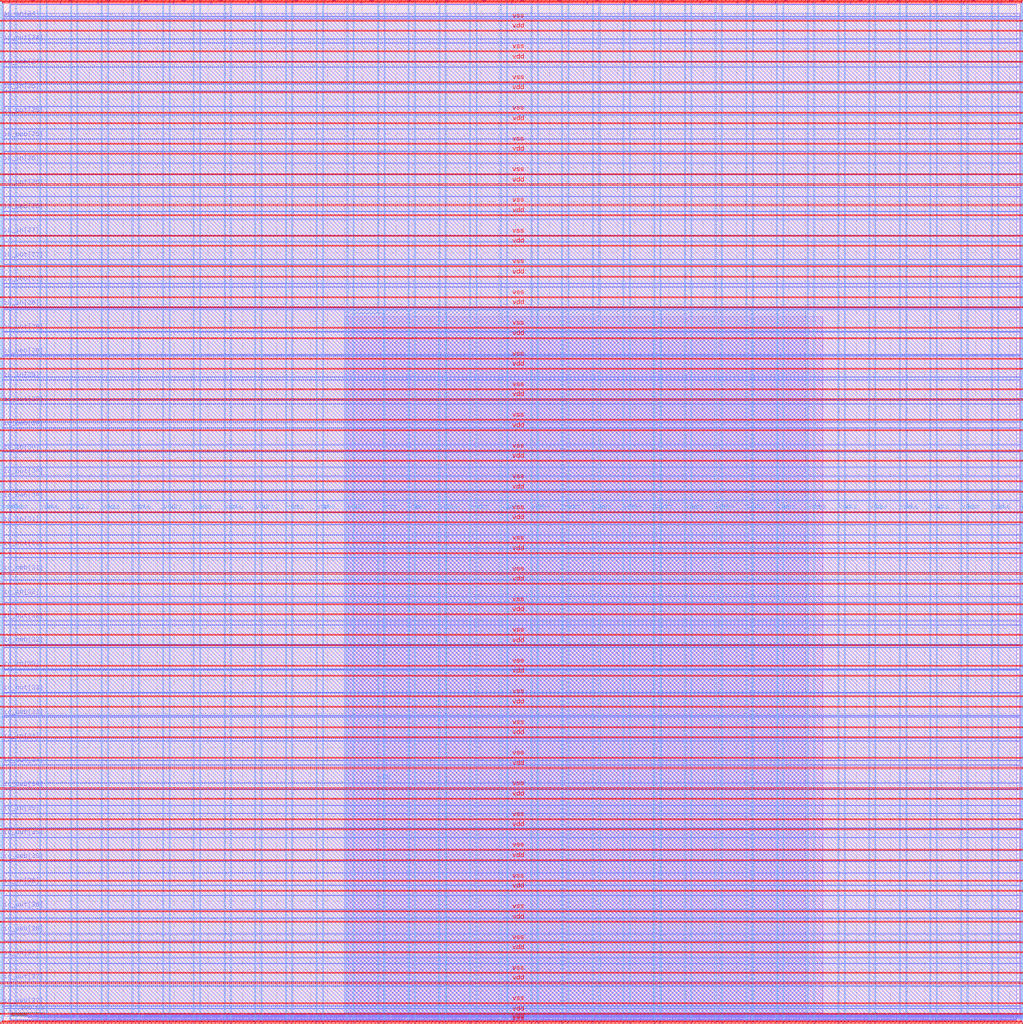
<source format=lef>
VERSION 5.7 ;
  NOWIREEXTENSIONATPIN ON ;
  DIVIDERCHAR "/" ;
  BUSBITCHARS "[]" ;
MACRO user_project_wrapper
  CLASS BLOCK ;
  FOREIGN user_project_wrapper ;
  ORIGIN 0.000 0.000 ;
  SIZE 2980.200 BY 2980.200 ;
  PIN io_in[0]
    DIRECTION INPUT ;
    USE SIGNAL ;
    PORT
      LAYER Metal3 ;
        RECT 2977.800 35.560 2985.000 36.680 ;
    END
  END io_in[0]
  PIN io_in[10]
    DIRECTION INPUT ;
    USE SIGNAL ;
    PORT
      LAYER Metal3 ;
        RECT 2977.800 2017.960 2985.000 2019.080 ;
    END
  END io_in[10]
  PIN io_in[11]
    DIRECTION INPUT ;
    USE SIGNAL ;
    PORT
      LAYER Metal3 ;
        RECT 2977.800 2216.200 2985.000 2217.320 ;
    END
  END io_in[11]
  PIN io_in[12]
    DIRECTION INPUT ;
    USE SIGNAL ;
    PORT
      LAYER Metal3 ;
        RECT 2977.800 2414.440 2985.000 2415.560 ;
    END
  END io_in[12]
  PIN io_in[13]
    DIRECTION INPUT ;
    USE SIGNAL ;
    PORT
      LAYER Metal3 ;
        RECT 2977.800 2612.680 2985.000 2613.800 ;
    END
  END io_in[13]
  PIN io_in[14]
    DIRECTION INPUT ;
    USE SIGNAL ;
    PORT
      LAYER Metal3 ;
        RECT 2977.800 2810.920 2985.000 2812.040 ;
    END
  END io_in[14]
  PIN io_in[15]
    DIRECTION INPUT ;
    USE SIGNAL ;
    PORT
      LAYER Metal2 ;
        RECT 2923.480 2977.800 2924.600 2985.000 ;
    END
  END io_in[15]
  PIN io_in[16]
    DIRECTION INPUT ;
    USE SIGNAL ;
    PORT
      LAYER Metal2 ;
        RECT 2592.520 2977.800 2593.640 2985.000 ;
    END
  END io_in[16]
  PIN io_in[17]
    DIRECTION INPUT ;
    USE SIGNAL ;
    PORT
      LAYER Metal2 ;
        RECT 2261.560 2977.800 2262.680 2985.000 ;
    END
  END io_in[17]
  PIN io_in[18]
    DIRECTION INPUT ;
    USE SIGNAL ;
    PORT
      LAYER Metal2 ;
        RECT 1930.600 2977.800 1931.720 2985.000 ;
    END
  END io_in[18]
  PIN io_in[19]
    DIRECTION INPUT ;
    USE SIGNAL ;
    PORT
      LAYER Metal2 ;
        RECT 1599.640 2977.800 1600.760 2985.000 ;
    END
  END io_in[19]
  PIN io_in[1]
    DIRECTION INPUT ;
    USE SIGNAL ;
    PORT
      LAYER Metal3 ;
        RECT 2977.800 233.800 2985.000 234.920 ;
    END
  END io_in[1]
  PIN io_in[20]
    DIRECTION INPUT ;
    USE SIGNAL ;
    PORT
      LAYER Metal2 ;
        RECT 1268.680 2977.800 1269.800 2985.000 ;
    END
  END io_in[20]
  PIN io_in[21]
    DIRECTION INPUT ;
    USE SIGNAL ;
    PORT
      LAYER Metal2 ;
        RECT 937.720 2977.800 938.840 2985.000 ;
    END
  END io_in[21]
  PIN io_in[22]
    DIRECTION INPUT ;
    USE SIGNAL ;
    PORT
      LAYER Metal2 ;
        RECT 606.760 2977.800 607.880 2985.000 ;
    END
  END io_in[22]
  PIN io_in[23]
    DIRECTION INPUT ;
    USE SIGNAL ;
    PORT
      LAYER Metal2 ;
        RECT 275.800 2977.800 276.920 2985.000 ;
    END
  END io_in[23]
  PIN io_in[24]
    DIRECTION INPUT ;
    USE SIGNAL ;
    PORT
      LAYER Metal3 ;
        RECT -4.800 2935.800 2.400 2936.920 ;
    END
  END io_in[24]
  PIN io_in[25]
    DIRECTION INPUT ;
    USE SIGNAL ;
    PORT
      LAYER Metal3 ;
        RECT -4.800 2724.120 2.400 2725.240 ;
    END
  END io_in[25]
  PIN io_in[26]
    DIRECTION INPUT ;
    USE SIGNAL ;
    PORT
      LAYER Metal3 ;
        RECT -4.800 2512.440 2.400 2513.560 ;
    END
  END io_in[26]
  PIN io_in[27]
    DIRECTION INPUT ;
    USE SIGNAL ;
    PORT
      LAYER Metal3 ;
        RECT -4.800 2300.760 2.400 2301.880 ;
    END
  END io_in[27]
  PIN io_in[28]
    DIRECTION INPUT ;
    USE SIGNAL ;
    PORT
      LAYER Metal3 ;
        RECT -4.800 2089.080 2.400 2090.200 ;
    END
  END io_in[28]
  PIN io_in[29]
    DIRECTION INPUT ;
    USE SIGNAL ;
    PORT
      LAYER Metal3 ;
        RECT -4.800 1877.400 2.400 1878.520 ;
    END
  END io_in[29]
  PIN io_in[2]
    DIRECTION INPUT ;
    USE SIGNAL ;
    PORT
      LAYER Metal3 ;
        RECT 2977.800 432.040 2985.000 433.160 ;
    END
  END io_in[2]
  PIN io_in[30]
    DIRECTION INPUT ;
    USE SIGNAL ;
    PORT
      LAYER Metal3 ;
        RECT -4.800 1665.720 2.400 1666.840 ;
    END
  END io_in[30]
  PIN io_in[31]
    DIRECTION INPUT ;
    USE SIGNAL ;
    PORT
      LAYER Metal3 ;
        RECT -4.800 1454.040 2.400 1455.160 ;
    END
  END io_in[31]
  PIN io_in[32]
    DIRECTION INPUT ;
    USE SIGNAL ;
    PORT
      LAYER Metal3 ;
        RECT -4.800 1242.360 2.400 1243.480 ;
    END
  END io_in[32]
  PIN io_in[33]
    DIRECTION INPUT ;
    USE SIGNAL ;
    PORT
      LAYER Metal3 ;
        RECT -4.800 1030.680 2.400 1031.800 ;
    END
  END io_in[33]
  PIN io_in[34]
    DIRECTION INPUT ;
    USE SIGNAL ;
    PORT
      LAYER Metal3 ;
        RECT -4.800 819.000 2.400 820.120 ;
    END
  END io_in[34]
  PIN io_in[35]
    DIRECTION INPUT ;
    USE SIGNAL ;
    PORT
      LAYER Metal3 ;
        RECT -4.800 607.320 2.400 608.440 ;
    END
  END io_in[35]
  PIN io_in[36]
    DIRECTION INPUT ;
    USE SIGNAL ;
    PORT
      LAYER Metal3 ;
        RECT -4.800 395.640 2.400 396.760 ;
    END
  END io_in[36]
  PIN io_in[37]
    DIRECTION INPUT ;
    USE SIGNAL ;
    PORT
      LAYER Metal3 ;
        RECT -4.800 183.960 2.400 185.080 ;
    END
  END io_in[37]
  PIN io_in[3]
    DIRECTION INPUT ;
    USE SIGNAL ;
    PORT
      LAYER Metal3 ;
        RECT 2977.800 630.280 2985.000 631.400 ;
    END
  END io_in[3]
  PIN io_in[4]
    DIRECTION INPUT ;
    USE SIGNAL ;
    PORT
      LAYER Metal3 ;
        RECT 2977.800 828.520 2985.000 829.640 ;
    END
  END io_in[4]
  PIN io_in[5]
    DIRECTION INPUT ;
    USE SIGNAL ;
    PORT
      LAYER Metal3 ;
        RECT 2977.800 1026.760 2985.000 1027.880 ;
    END
  END io_in[5]
  PIN io_in[6]
    DIRECTION INPUT ;
    USE SIGNAL ;
    PORT
      LAYER Metal3 ;
        RECT 2977.800 1225.000 2985.000 1226.120 ;
    END
  END io_in[6]
  PIN io_in[7]
    DIRECTION INPUT ;
    USE SIGNAL ;
    PORT
      LAYER Metal3 ;
        RECT 2977.800 1423.240 2985.000 1424.360 ;
    END
  END io_in[7]
  PIN io_in[8]
    DIRECTION INPUT ;
    USE SIGNAL ;
    PORT
      LAYER Metal3 ;
        RECT 2977.800 1621.480 2985.000 1622.600 ;
    END
  END io_in[8]
  PIN io_in[9]
    DIRECTION INPUT ;
    USE SIGNAL ;
    PORT
      LAYER Metal3 ;
        RECT 2977.800 1819.720 2985.000 1820.840 ;
    END
  END io_in[9]
  PIN io_oeb[0]
    DIRECTION OUTPUT TRISTATE ;
    USE SIGNAL ;
    PORT
      LAYER Metal3 ;
        RECT 2977.800 167.720 2985.000 168.840 ;
    END
  END io_oeb[0]
  PIN io_oeb[10]
    DIRECTION OUTPUT TRISTATE ;
    USE SIGNAL ;
    PORT
      LAYER Metal3 ;
        RECT 2977.800 2150.120 2985.000 2151.240 ;
    END
  END io_oeb[10]
  PIN io_oeb[11]
    DIRECTION OUTPUT TRISTATE ;
    USE SIGNAL ;
    PORT
      LAYER Metal3 ;
        RECT 2977.800 2348.360 2985.000 2349.480 ;
    END
  END io_oeb[11]
  PIN io_oeb[12]
    DIRECTION OUTPUT TRISTATE ;
    USE SIGNAL ;
    PORT
      LAYER Metal3 ;
        RECT 2977.800 2546.600 2985.000 2547.720 ;
    END
  END io_oeb[12]
  PIN io_oeb[13]
    DIRECTION OUTPUT TRISTATE ;
    USE SIGNAL ;
    PORT
      LAYER Metal3 ;
        RECT 2977.800 2744.840 2985.000 2745.960 ;
    END
  END io_oeb[13]
  PIN io_oeb[14]
    DIRECTION OUTPUT TRISTATE ;
    USE SIGNAL ;
    PORT
      LAYER Metal3 ;
        RECT 2977.800 2943.080 2985.000 2944.200 ;
    END
  END io_oeb[14]
  PIN io_oeb[15]
    DIRECTION OUTPUT TRISTATE ;
    USE SIGNAL ;
    PORT
      LAYER Metal2 ;
        RECT 2702.840 2977.800 2703.960 2985.000 ;
    END
  END io_oeb[15]
  PIN io_oeb[16]
    DIRECTION OUTPUT TRISTATE ;
    USE SIGNAL ;
    PORT
      LAYER Metal2 ;
        RECT 2371.880 2977.800 2373.000 2985.000 ;
    END
  END io_oeb[16]
  PIN io_oeb[17]
    DIRECTION OUTPUT TRISTATE ;
    USE SIGNAL ;
    PORT
      LAYER Metal2 ;
        RECT 2040.920 2977.800 2042.040 2985.000 ;
    END
  END io_oeb[17]
  PIN io_oeb[18]
    DIRECTION OUTPUT TRISTATE ;
    USE SIGNAL ;
    PORT
      LAYER Metal2 ;
        RECT 1709.960 2977.800 1711.080 2985.000 ;
    END
  END io_oeb[18]
  PIN io_oeb[19]
    DIRECTION OUTPUT TRISTATE ;
    USE SIGNAL ;
    PORT
      LAYER Metal2 ;
        RECT 1379.000 2977.800 1380.120 2985.000 ;
    END
  END io_oeb[19]
  PIN io_oeb[1]
    DIRECTION OUTPUT TRISTATE ;
    USE SIGNAL ;
    PORT
      LAYER Metal3 ;
        RECT 2977.800 365.960 2985.000 367.080 ;
    END
  END io_oeb[1]
  PIN io_oeb[20]
    DIRECTION OUTPUT TRISTATE ;
    USE SIGNAL ;
    PORT
      LAYER Metal2 ;
        RECT 1048.040 2977.800 1049.160 2985.000 ;
    END
  END io_oeb[20]
  PIN io_oeb[21]
    DIRECTION OUTPUT TRISTATE ;
    USE SIGNAL ;
    PORT
      LAYER Metal2 ;
        RECT 717.080 2977.800 718.200 2985.000 ;
    END
  END io_oeb[21]
  PIN io_oeb[22]
    DIRECTION OUTPUT TRISTATE ;
    USE SIGNAL ;
    PORT
      LAYER Metal2 ;
        RECT 386.120 2977.800 387.240 2985.000 ;
    END
  END io_oeb[22]
  PIN io_oeb[23]
    DIRECTION OUTPUT TRISTATE ;
    USE SIGNAL ;
    PORT
      LAYER Metal2 ;
        RECT 55.160 2977.800 56.280 2985.000 ;
    END
  END io_oeb[23]
  PIN io_oeb[24]
    DIRECTION OUTPUT TRISTATE ;
    USE SIGNAL ;
    PORT
      LAYER Metal3 ;
        RECT -4.800 2794.680 2.400 2795.800 ;
    END
  END io_oeb[24]
  PIN io_oeb[25]
    DIRECTION OUTPUT TRISTATE ;
    USE SIGNAL ;
    PORT
      LAYER Metal3 ;
        RECT -4.800 2583.000 2.400 2584.120 ;
    END
  END io_oeb[25]
  PIN io_oeb[26]
    DIRECTION OUTPUT TRISTATE ;
    USE SIGNAL ;
    PORT
      LAYER Metal3 ;
        RECT -4.800 2371.320 2.400 2372.440 ;
    END
  END io_oeb[26]
  PIN io_oeb[27]
    DIRECTION OUTPUT TRISTATE ;
    USE SIGNAL ;
    PORT
      LAYER Metal3 ;
        RECT -4.800 2159.640 2.400 2160.760 ;
    END
  END io_oeb[27]
  PIN io_oeb[28]
    DIRECTION OUTPUT TRISTATE ;
    USE SIGNAL ;
    PORT
      LAYER Metal3 ;
        RECT -4.800 1947.960 2.400 1949.080 ;
    END
  END io_oeb[28]
  PIN io_oeb[29]
    DIRECTION OUTPUT TRISTATE ;
    USE SIGNAL ;
    PORT
      LAYER Metal3 ;
        RECT -4.800 1736.280 2.400 1737.400 ;
    END
  END io_oeb[29]
  PIN io_oeb[2]
    DIRECTION OUTPUT TRISTATE ;
    USE SIGNAL ;
    PORT
      LAYER Metal3 ;
        RECT 2977.800 564.200 2985.000 565.320 ;
    END
  END io_oeb[2]
  PIN io_oeb[30]
    DIRECTION OUTPUT TRISTATE ;
    USE SIGNAL ;
    PORT
      LAYER Metal3 ;
        RECT -4.800 1524.600 2.400 1525.720 ;
    END
  END io_oeb[30]
  PIN io_oeb[31]
    DIRECTION OUTPUT TRISTATE ;
    USE SIGNAL ;
    PORT
      LAYER Metal3 ;
        RECT -4.800 1312.920 2.400 1314.040 ;
    END
  END io_oeb[31]
  PIN io_oeb[32]
    DIRECTION OUTPUT TRISTATE ;
    USE SIGNAL ;
    PORT
      LAYER Metal3 ;
        RECT -4.800 1101.240 2.400 1102.360 ;
    END
  END io_oeb[32]
  PIN io_oeb[33]
    DIRECTION OUTPUT TRISTATE ;
    USE SIGNAL ;
    PORT
      LAYER Metal3 ;
        RECT -4.800 889.560 2.400 890.680 ;
    END
  END io_oeb[33]
  PIN io_oeb[34]
    DIRECTION OUTPUT TRISTATE ;
    USE SIGNAL ;
    PORT
      LAYER Metal3 ;
        RECT -4.800 677.880 2.400 679.000 ;
    END
  END io_oeb[34]
  PIN io_oeb[35]
    DIRECTION OUTPUT TRISTATE ;
    USE SIGNAL ;
    PORT
      LAYER Metal3 ;
        RECT -4.800 466.200 2.400 467.320 ;
    END
  END io_oeb[35]
  PIN io_oeb[36]
    DIRECTION OUTPUT TRISTATE ;
    USE SIGNAL ;
    PORT
      LAYER Metal3 ;
        RECT -4.800 254.520 2.400 255.640 ;
    END
  END io_oeb[36]
  PIN io_oeb[37]
    DIRECTION OUTPUT TRISTATE ;
    USE SIGNAL ;
    PORT
      LAYER Metal3 ;
        RECT -4.800 42.840 2.400 43.960 ;
    END
  END io_oeb[37]
  PIN io_oeb[3]
    DIRECTION OUTPUT TRISTATE ;
    USE SIGNAL ;
    PORT
      LAYER Metal3 ;
        RECT 2977.800 762.440 2985.000 763.560 ;
    END
  END io_oeb[3]
  PIN io_oeb[4]
    DIRECTION OUTPUT TRISTATE ;
    USE SIGNAL ;
    PORT
      LAYER Metal3 ;
        RECT 2977.800 960.680 2985.000 961.800 ;
    END
  END io_oeb[4]
  PIN io_oeb[5]
    DIRECTION OUTPUT TRISTATE ;
    USE SIGNAL ;
    PORT
      LAYER Metal3 ;
        RECT 2977.800 1158.920 2985.000 1160.040 ;
    END
  END io_oeb[5]
  PIN io_oeb[6]
    DIRECTION OUTPUT TRISTATE ;
    USE SIGNAL ;
    PORT
      LAYER Metal3 ;
        RECT 2977.800 1357.160 2985.000 1358.280 ;
    END
  END io_oeb[6]
  PIN io_oeb[7]
    DIRECTION OUTPUT TRISTATE ;
    USE SIGNAL ;
    PORT
      LAYER Metal3 ;
        RECT 2977.800 1555.400 2985.000 1556.520 ;
    END
  END io_oeb[7]
  PIN io_oeb[8]
    DIRECTION OUTPUT TRISTATE ;
    USE SIGNAL ;
    PORT
      LAYER Metal3 ;
        RECT 2977.800 1753.640 2985.000 1754.760 ;
    END
  END io_oeb[8]
  PIN io_oeb[9]
    DIRECTION OUTPUT TRISTATE ;
    USE SIGNAL ;
    PORT
      LAYER Metal3 ;
        RECT 2977.800 1951.880 2985.000 1953.000 ;
    END
  END io_oeb[9]
  PIN io_out[0]
    DIRECTION OUTPUT TRISTATE ;
    USE SIGNAL ;
    PORT
      LAYER Metal3 ;
        RECT 2977.800 101.640 2985.000 102.760 ;
    END
  END io_out[0]
  PIN io_out[10]
    DIRECTION OUTPUT TRISTATE ;
    USE SIGNAL ;
    PORT
      LAYER Metal3 ;
        RECT 2977.800 2084.040 2985.000 2085.160 ;
    END
  END io_out[10]
  PIN io_out[11]
    DIRECTION OUTPUT TRISTATE ;
    USE SIGNAL ;
    PORT
      LAYER Metal3 ;
        RECT 2977.800 2282.280 2985.000 2283.400 ;
    END
  END io_out[11]
  PIN io_out[12]
    DIRECTION OUTPUT TRISTATE ;
    USE SIGNAL ;
    PORT
      LAYER Metal3 ;
        RECT 2977.800 2480.520 2985.000 2481.640 ;
    END
  END io_out[12]
  PIN io_out[13]
    DIRECTION OUTPUT TRISTATE ;
    USE SIGNAL ;
    PORT
      LAYER Metal3 ;
        RECT 2977.800 2678.760 2985.000 2679.880 ;
    END
  END io_out[13]
  PIN io_out[14]
    DIRECTION OUTPUT TRISTATE ;
    USE SIGNAL ;
    PORT
      LAYER Metal3 ;
        RECT 2977.800 2877.000 2985.000 2878.120 ;
    END
  END io_out[14]
  PIN io_out[15]
    DIRECTION OUTPUT TRISTATE ;
    USE SIGNAL ;
    PORT
      LAYER Metal2 ;
        RECT 2813.160 2977.800 2814.280 2985.000 ;
    END
  END io_out[15]
  PIN io_out[16]
    DIRECTION OUTPUT TRISTATE ;
    USE SIGNAL ;
    PORT
      LAYER Metal2 ;
        RECT 2482.200 2977.800 2483.320 2985.000 ;
    END
  END io_out[16]
  PIN io_out[17]
    DIRECTION OUTPUT TRISTATE ;
    USE SIGNAL ;
    PORT
      LAYER Metal2 ;
        RECT 2151.240 2977.800 2152.360 2985.000 ;
    END
  END io_out[17]
  PIN io_out[18]
    DIRECTION OUTPUT TRISTATE ;
    USE SIGNAL ;
    PORT
      LAYER Metal2 ;
        RECT 1820.280 2977.800 1821.400 2985.000 ;
    END
  END io_out[18]
  PIN io_out[19]
    DIRECTION OUTPUT TRISTATE ;
    USE SIGNAL ;
    PORT
      LAYER Metal2 ;
        RECT 1489.320 2977.800 1490.440 2985.000 ;
    END
  END io_out[19]
  PIN io_out[1]
    DIRECTION OUTPUT TRISTATE ;
    USE SIGNAL ;
    PORT
      LAYER Metal3 ;
        RECT 2977.800 299.880 2985.000 301.000 ;
    END
  END io_out[1]
  PIN io_out[20]
    DIRECTION OUTPUT TRISTATE ;
    USE SIGNAL ;
    PORT
      LAYER Metal2 ;
        RECT 1158.360 2977.800 1159.480 2985.000 ;
    END
  END io_out[20]
  PIN io_out[21]
    DIRECTION OUTPUT TRISTATE ;
    USE SIGNAL ;
    PORT
      LAYER Metal2 ;
        RECT 827.400 2977.800 828.520 2985.000 ;
    END
  END io_out[21]
  PIN io_out[22]
    DIRECTION OUTPUT TRISTATE ;
    USE SIGNAL ;
    PORT
      LAYER Metal2 ;
        RECT 496.440 2977.800 497.560 2985.000 ;
    END
  END io_out[22]
  PIN io_out[23]
    DIRECTION OUTPUT TRISTATE ;
    USE SIGNAL ;
    PORT
      LAYER Metal2 ;
        RECT 165.480 2977.800 166.600 2985.000 ;
    END
  END io_out[23]
  PIN io_out[24]
    DIRECTION OUTPUT TRISTATE ;
    USE SIGNAL ;
    PORT
      LAYER Metal3 ;
        RECT -4.800 2865.240 2.400 2866.360 ;
    END
  END io_out[24]
  PIN io_out[25]
    DIRECTION OUTPUT TRISTATE ;
    USE SIGNAL ;
    PORT
      LAYER Metal3 ;
        RECT -4.800 2653.560 2.400 2654.680 ;
    END
  END io_out[25]
  PIN io_out[26]
    DIRECTION OUTPUT TRISTATE ;
    USE SIGNAL ;
    PORT
      LAYER Metal3 ;
        RECT -4.800 2441.880 2.400 2443.000 ;
    END
  END io_out[26]
  PIN io_out[27]
    DIRECTION OUTPUT TRISTATE ;
    USE SIGNAL ;
    PORT
      LAYER Metal3 ;
        RECT -4.800 2230.200 2.400 2231.320 ;
    END
  END io_out[27]
  PIN io_out[28]
    DIRECTION OUTPUT TRISTATE ;
    USE SIGNAL ;
    PORT
      LAYER Metal3 ;
        RECT -4.800 2018.520 2.400 2019.640 ;
    END
  END io_out[28]
  PIN io_out[29]
    DIRECTION OUTPUT TRISTATE ;
    USE SIGNAL ;
    PORT
      LAYER Metal3 ;
        RECT -4.800 1806.840 2.400 1807.960 ;
    END
  END io_out[29]
  PIN io_out[2]
    DIRECTION OUTPUT TRISTATE ;
    USE SIGNAL ;
    PORT
      LAYER Metal3 ;
        RECT 2977.800 498.120 2985.000 499.240 ;
    END
  END io_out[2]
  PIN io_out[30]
    DIRECTION OUTPUT TRISTATE ;
    USE SIGNAL ;
    PORT
      LAYER Metal3 ;
        RECT -4.800 1595.160 2.400 1596.280 ;
    END
  END io_out[30]
  PIN io_out[31]
    DIRECTION OUTPUT TRISTATE ;
    USE SIGNAL ;
    PORT
      LAYER Metal3 ;
        RECT -4.800 1383.480 2.400 1384.600 ;
    END
  END io_out[31]
  PIN io_out[32]
    DIRECTION OUTPUT TRISTATE ;
    USE SIGNAL ;
    PORT
      LAYER Metal3 ;
        RECT -4.800 1171.800 2.400 1172.920 ;
    END
  END io_out[32]
  PIN io_out[33]
    DIRECTION OUTPUT TRISTATE ;
    USE SIGNAL ;
    PORT
      LAYER Metal3 ;
        RECT -4.800 960.120 2.400 961.240 ;
    END
  END io_out[33]
  PIN io_out[34]
    DIRECTION OUTPUT TRISTATE ;
    USE SIGNAL ;
    PORT
      LAYER Metal3 ;
        RECT -4.800 748.440 2.400 749.560 ;
    END
  END io_out[34]
  PIN io_out[35]
    DIRECTION OUTPUT TRISTATE ;
    USE SIGNAL ;
    PORT
      LAYER Metal3 ;
        RECT -4.800 536.760 2.400 537.880 ;
    END
  END io_out[35]
  PIN io_out[36]
    DIRECTION OUTPUT TRISTATE ;
    USE SIGNAL ;
    PORT
      LAYER Metal3 ;
        RECT -4.800 325.080 2.400 326.200 ;
    END
  END io_out[36]
  PIN io_out[37]
    DIRECTION OUTPUT TRISTATE ;
    USE SIGNAL ;
    PORT
      LAYER Metal3 ;
        RECT -4.800 113.400 2.400 114.520 ;
    END
  END io_out[37]
  PIN io_out[3]
    DIRECTION OUTPUT TRISTATE ;
    USE SIGNAL ;
    PORT
      LAYER Metal3 ;
        RECT 2977.800 696.360 2985.000 697.480 ;
    END
  END io_out[3]
  PIN io_out[4]
    DIRECTION OUTPUT TRISTATE ;
    USE SIGNAL ;
    PORT
      LAYER Metal3 ;
        RECT 2977.800 894.600 2985.000 895.720 ;
    END
  END io_out[4]
  PIN io_out[5]
    DIRECTION OUTPUT TRISTATE ;
    USE SIGNAL ;
    PORT
      LAYER Metal3 ;
        RECT 2977.800 1092.840 2985.000 1093.960 ;
    END
  END io_out[5]
  PIN io_out[6]
    DIRECTION OUTPUT TRISTATE ;
    USE SIGNAL ;
    PORT
      LAYER Metal3 ;
        RECT 2977.800 1291.080 2985.000 1292.200 ;
    END
  END io_out[6]
  PIN io_out[7]
    DIRECTION OUTPUT TRISTATE ;
    USE SIGNAL ;
    PORT
      LAYER Metal3 ;
        RECT 2977.800 1489.320 2985.000 1490.440 ;
    END
  END io_out[7]
  PIN io_out[8]
    DIRECTION OUTPUT TRISTATE ;
    USE SIGNAL ;
    PORT
      LAYER Metal3 ;
        RECT 2977.800 1687.560 2985.000 1688.680 ;
    END
  END io_out[8]
  PIN io_out[9]
    DIRECTION OUTPUT TRISTATE ;
    USE SIGNAL ;
    PORT
      LAYER Metal3 ;
        RECT 2977.800 1885.800 2985.000 1886.920 ;
    END
  END io_out[9]
  PIN la_data_in[0]
    DIRECTION INPUT ;
    USE SIGNAL ;
    PORT
      LAYER Metal2 ;
        RECT 1065.960 -4.800 1067.080 2.400 ;
    END
  END la_data_in[0]
  PIN la_data_in[10]
    DIRECTION INPUT ;
    USE SIGNAL ;
    PORT
      LAYER Metal2 ;
        RECT 1351.560 -4.800 1352.680 2.400 ;
    END
  END la_data_in[10]
  PIN la_data_in[11]
    DIRECTION INPUT ;
    USE SIGNAL ;
    PORT
      LAYER Metal2 ;
        RECT 1380.120 -4.800 1381.240 2.400 ;
    END
  END la_data_in[11]
  PIN la_data_in[12]
    DIRECTION INPUT ;
    USE SIGNAL ;
    PORT
      LAYER Metal2 ;
        RECT 1408.680 -4.800 1409.800 2.400 ;
    END
  END la_data_in[12]
  PIN la_data_in[13]
    DIRECTION INPUT ;
    USE SIGNAL ;
    PORT
      LAYER Metal2 ;
        RECT 1437.240 -4.800 1438.360 2.400 ;
    END
  END la_data_in[13]
  PIN la_data_in[14]
    DIRECTION INPUT ;
    USE SIGNAL ;
    PORT
      LAYER Metal2 ;
        RECT 1465.800 -4.800 1466.920 2.400 ;
    END
  END la_data_in[14]
  PIN la_data_in[15]
    DIRECTION INPUT ;
    USE SIGNAL ;
    PORT
      LAYER Metal2 ;
        RECT 1494.360 -4.800 1495.480 2.400 ;
    END
  END la_data_in[15]
  PIN la_data_in[16]
    DIRECTION INPUT ;
    USE SIGNAL ;
    PORT
      LAYER Metal2 ;
        RECT 1522.920 -4.800 1524.040 2.400 ;
    END
  END la_data_in[16]
  PIN la_data_in[17]
    DIRECTION INPUT ;
    USE SIGNAL ;
    PORT
      LAYER Metal2 ;
        RECT 1551.480 -4.800 1552.600 2.400 ;
    END
  END la_data_in[17]
  PIN la_data_in[18]
    DIRECTION INPUT ;
    USE SIGNAL ;
    PORT
      LAYER Metal2 ;
        RECT 1580.040 -4.800 1581.160 2.400 ;
    END
  END la_data_in[18]
  PIN la_data_in[19]
    DIRECTION INPUT ;
    USE SIGNAL ;
    PORT
      LAYER Metal2 ;
        RECT 1608.600 -4.800 1609.720 2.400 ;
    END
  END la_data_in[19]
  PIN la_data_in[1]
    DIRECTION INPUT ;
    USE SIGNAL ;
    PORT
      LAYER Metal2 ;
        RECT 1094.520 -4.800 1095.640 2.400 ;
    END
  END la_data_in[1]
  PIN la_data_in[20]
    DIRECTION INPUT ;
    USE SIGNAL ;
    PORT
      LAYER Metal2 ;
        RECT 1637.160 -4.800 1638.280 2.400 ;
    END
  END la_data_in[20]
  PIN la_data_in[21]
    DIRECTION INPUT ;
    USE SIGNAL ;
    PORT
      LAYER Metal2 ;
        RECT 1665.720 -4.800 1666.840 2.400 ;
    END
  END la_data_in[21]
  PIN la_data_in[22]
    DIRECTION INPUT ;
    USE SIGNAL ;
    PORT
      LAYER Metal2 ;
        RECT 1694.280 -4.800 1695.400 2.400 ;
    END
  END la_data_in[22]
  PIN la_data_in[23]
    DIRECTION INPUT ;
    USE SIGNAL ;
    PORT
      LAYER Metal2 ;
        RECT 1722.840 -4.800 1723.960 2.400 ;
    END
  END la_data_in[23]
  PIN la_data_in[24]
    DIRECTION INPUT ;
    USE SIGNAL ;
    PORT
      LAYER Metal2 ;
        RECT 1751.400 -4.800 1752.520 2.400 ;
    END
  END la_data_in[24]
  PIN la_data_in[25]
    DIRECTION INPUT ;
    USE SIGNAL ;
    PORT
      LAYER Metal2 ;
        RECT 1779.960 -4.800 1781.080 2.400 ;
    END
  END la_data_in[25]
  PIN la_data_in[26]
    DIRECTION INPUT ;
    USE SIGNAL ;
    PORT
      LAYER Metal2 ;
        RECT 1808.520 -4.800 1809.640 2.400 ;
    END
  END la_data_in[26]
  PIN la_data_in[27]
    DIRECTION INPUT ;
    USE SIGNAL ;
    PORT
      LAYER Metal2 ;
        RECT 1837.080 -4.800 1838.200 2.400 ;
    END
  END la_data_in[27]
  PIN la_data_in[28]
    DIRECTION INPUT ;
    USE SIGNAL ;
    PORT
      LAYER Metal2 ;
        RECT 1865.640 -4.800 1866.760 2.400 ;
    END
  END la_data_in[28]
  PIN la_data_in[29]
    DIRECTION INPUT ;
    USE SIGNAL ;
    PORT
      LAYER Metal2 ;
        RECT 1894.200 -4.800 1895.320 2.400 ;
    END
  END la_data_in[29]
  PIN la_data_in[2]
    DIRECTION INPUT ;
    USE SIGNAL ;
    PORT
      LAYER Metal2 ;
        RECT 1123.080 -4.800 1124.200 2.400 ;
    END
  END la_data_in[2]
  PIN la_data_in[30]
    DIRECTION INPUT ;
    USE SIGNAL ;
    PORT
      LAYER Metal2 ;
        RECT 1922.760 -4.800 1923.880 2.400 ;
    END
  END la_data_in[30]
  PIN la_data_in[31]
    DIRECTION INPUT ;
    USE SIGNAL ;
    PORT
      LAYER Metal2 ;
        RECT 1951.320 -4.800 1952.440 2.400 ;
    END
  END la_data_in[31]
  PIN la_data_in[32]
    DIRECTION INPUT ;
    USE SIGNAL ;
    PORT
      LAYER Metal2 ;
        RECT 1979.880 -4.800 1981.000 2.400 ;
    END
  END la_data_in[32]
  PIN la_data_in[33]
    DIRECTION INPUT ;
    USE SIGNAL ;
    PORT
      LAYER Metal2 ;
        RECT 2008.440 -4.800 2009.560 2.400 ;
    END
  END la_data_in[33]
  PIN la_data_in[34]
    DIRECTION INPUT ;
    USE SIGNAL ;
    PORT
      LAYER Metal2 ;
        RECT 2037.000 -4.800 2038.120 2.400 ;
    END
  END la_data_in[34]
  PIN la_data_in[35]
    DIRECTION INPUT ;
    USE SIGNAL ;
    PORT
      LAYER Metal2 ;
        RECT 2065.560 -4.800 2066.680 2.400 ;
    END
  END la_data_in[35]
  PIN la_data_in[36]
    DIRECTION INPUT ;
    USE SIGNAL ;
    PORT
      LAYER Metal2 ;
        RECT 2094.120 -4.800 2095.240 2.400 ;
    END
  END la_data_in[36]
  PIN la_data_in[37]
    DIRECTION INPUT ;
    USE SIGNAL ;
    PORT
      LAYER Metal2 ;
        RECT 2122.680 -4.800 2123.800 2.400 ;
    END
  END la_data_in[37]
  PIN la_data_in[38]
    DIRECTION INPUT ;
    USE SIGNAL ;
    PORT
      LAYER Metal2 ;
        RECT 2151.240 -4.800 2152.360 2.400 ;
    END
  END la_data_in[38]
  PIN la_data_in[39]
    DIRECTION INPUT ;
    USE SIGNAL ;
    PORT
      LAYER Metal2 ;
        RECT 2179.800 -4.800 2180.920 2.400 ;
    END
  END la_data_in[39]
  PIN la_data_in[3]
    DIRECTION INPUT ;
    USE SIGNAL ;
    PORT
      LAYER Metal2 ;
        RECT 1151.640 -4.800 1152.760 2.400 ;
    END
  END la_data_in[3]
  PIN la_data_in[40]
    DIRECTION INPUT ;
    USE SIGNAL ;
    PORT
      LAYER Metal2 ;
        RECT 2208.360 -4.800 2209.480 2.400 ;
    END
  END la_data_in[40]
  PIN la_data_in[41]
    DIRECTION INPUT ;
    USE SIGNAL ;
    PORT
      LAYER Metal2 ;
        RECT 2236.920 -4.800 2238.040 2.400 ;
    END
  END la_data_in[41]
  PIN la_data_in[42]
    DIRECTION INPUT ;
    USE SIGNAL ;
    PORT
      LAYER Metal2 ;
        RECT 2265.480 -4.800 2266.600 2.400 ;
    END
  END la_data_in[42]
  PIN la_data_in[43]
    DIRECTION INPUT ;
    USE SIGNAL ;
    PORT
      LAYER Metal2 ;
        RECT 2294.040 -4.800 2295.160 2.400 ;
    END
  END la_data_in[43]
  PIN la_data_in[44]
    DIRECTION INPUT ;
    USE SIGNAL ;
    PORT
      LAYER Metal2 ;
        RECT 2322.600 -4.800 2323.720 2.400 ;
    END
  END la_data_in[44]
  PIN la_data_in[45]
    DIRECTION INPUT ;
    USE SIGNAL ;
    PORT
      LAYER Metal2 ;
        RECT 2351.160 -4.800 2352.280 2.400 ;
    END
  END la_data_in[45]
  PIN la_data_in[46]
    DIRECTION INPUT ;
    USE SIGNAL ;
    PORT
      LAYER Metal2 ;
        RECT 2379.720 -4.800 2380.840 2.400 ;
    END
  END la_data_in[46]
  PIN la_data_in[47]
    DIRECTION INPUT ;
    USE SIGNAL ;
    PORT
      LAYER Metal2 ;
        RECT 2408.280 -4.800 2409.400 2.400 ;
    END
  END la_data_in[47]
  PIN la_data_in[48]
    DIRECTION INPUT ;
    USE SIGNAL ;
    PORT
      LAYER Metal2 ;
        RECT 2436.840 -4.800 2437.960 2.400 ;
    END
  END la_data_in[48]
  PIN la_data_in[49]
    DIRECTION INPUT ;
    USE SIGNAL ;
    PORT
      LAYER Metal2 ;
        RECT 2465.400 -4.800 2466.520 2.400 ;
    END
  END la_data_in[49]
  PIN la_data_in[4]
    DIRECTION INPUT ;
    USE SIGNAL ;
    PORT
      LAYER Metal2 ;
        RECT 1180.200 -4.800 1181.320 2.400 ;
    END
  END la_data_in[4]
  PIN la_data_in[50]
    DIRECTION INPUT ;
    USE SIGNAL ;
    PORT
      LAYER Metal2 ;
        RECT 2493.960 -4.800 2495.080 2.400 ;
    END
  END la_data_in[50]
  PIN la_data_in[51]
    DIRECTION INPUT ;
    USE SIGNAL ;
    PORT
      LAYER Metal2 ;
        RECT 2522.520 -4.800 2523.640 2.400 ;
    END
  END la_data_in[51]
  PIN la_data_in[52]
    DIRECTION INPUT ;
    USE SIGNAL ;
    PORT
      LAYER Metal2 ;
        RECT 2551.080 -4.800 2552.200 2.400 ;
    END
  END la_data_in[52]
  PIN la_data_in[53]
    DIRECTION INPUT ;
    USE SIGNAL ;
    PORT
      LAYER Metal2 ;
        RECT 2579.640 -4.800 2580.760 2.400 ;
    END
  END la_data_in[53]
  PIN la_data_in[54]
    DIRECTION INPUT ;
    USE SIGNAL ;
    PORT
      LAYER Metal2 ;
        RECT 2608.200 -4.800 2609.320 2.400 ;
    END
  END la_data_in[54]
  PIN la_data_in[55]
    DIRECTION INPUT ;
    USE SIGNAL ;
    PORT
      LAYER Metal2 ;
        RECT 2636.760 -4.800 2637.880 2.400 ;
    END
  END la_data_in[55]
  PIN la_data_in[56]
    DIRECTION INPUT ;
    USE SIGNAL ;
    PORT
      LAYER Metal2 ;
        RECT 2665.320 -4.800 2666.440 2.400 ;
    END
  END la_data_in[56]
  PIN la_data_in[57]
    DIRECTION INPUT ;
    USE SIGNAL ;
    PORT
      LAYER Metal2 ;
        RECT 2693.880 -4.800 2695.000 2.400 ;
    END
  END la_data_in[57]
  PIN la_data_in[58]
    DIRECTION INPUT ;
    USE SIGNAL ;
    PORT
      LAYER Metal2 ;
        RECT 2722.440 -4.800 2723.560 2.400 ;
    END
  END la_data_in[58]
  PIN la_data_in[59]
    DIRECTION INPUT ;
    USE SIGNAL ;
    PORT
      LAYER Metal2 ;
        RECT 2751.000 -4.800 2752.120 2.400 ;
    END
  END la_data_in[59]
  PIN la_data_in[5]
    DIRECTION INPUT ;
    USE SIGNAL ;
    PORT
      LAYER Metal2 ;
        RECT 1208.760 -4.800 1209.880 2.400 ;
    END
  END la_data_in[5]
  PIN la_data_in[60]
    DIRECTION INPUT ;
    USE SIGNAL ;
    PORT
      LAYER Metal2 ;
        RECT 2779.560 -4.800 2780.680 2.400 ;
    END
  END la_data_in[60]
  PIN la_data_in[61]
    DIRECTION INPUT ;
    USE SIGNAL ;
    PORT
      LAYER Metal2 ;
        RECT 2808.120 -4.800 2809.240 2.400 ;
    END
  END la_data_in[61]
  PIN la_data_in[62]
    DIRECTION INPUT ;
    USE SIGNAL ;
    PORT
      LAYER Metal2 ;
        RECT 2836.680 -4.800 2837.800 2.400 ;
    END
  END la_data_in[62]
  PIN la_data_in[63]
    DIRECTION INPUT ;
    USE SIGNAL ;
    PORT
      LAYER Metal2 ;
        RECT 2865.240 -4.800 2866.360 2.400 ;
    END
  END la_data_in[63]
  PIN la_data_in[6]
    DIRECTION INPUT ;
    USE SIGNAL ;
    PORT
      LAYER Metal2 ;
        RECT 1237.320 -4.800 1238.440 2.400 ;
    END
  END la_data_in[6]
  PIN la_data_in[7]
    DIRECTION INPUT ;
    USE SIGNAL ;
    PORT
      LAYER Metal2 ;
        RECT 1265.880 -4.800 1267.000 2.400 ;
    END
  END la_data_in[7]
  PIN la_data_in[8]
    DIRECTION INPUT ;
    USE SIGNAL ;
    PORT
      LAYER Metal2 ;
        RECT 1294.440 -4.800 1295.560 2.400 ;
    END
  END la_data_in[8]
  PIN la_data_in[9]
    DIRECTION INPUT ;
    USE SIGNAL ;
    PORT
      LAYER Metal2 ;
        RECT 1323.000 -4.800 1324.120 2.400 ;
    END
  END la_data_in[9]
  PIN la_data_out[0]
    DIRECTION OUTPUT TRISTATE ;
    USE SIGNAL ;
    PORT
      LAYER Metal2 ;
        RECT 1075.480 -4.800 1076.600 2.400 ;
    END
  END la_data_out[0]
  PIN la_data_out[10]
    DIRECTION OUTPUT TRISTATE ;
    USE SIGNAL ;
    PORT
      LAYER Metal2 ;
        RECT 1361.080 -4.800 1362.200 2.400 ;
    END
  END la_data_out[10]
  PIN la_data_out[11]
    DIRECTION OUTPUT TRISTATE ;
    USE SIGNAL ;
    PORT
      LAYER Metal2 ;
        RECT 1389.640 -4.800 1390.760 2.400 ;
    END
  END la_data_out[11]
  PIN la_data_out[12]
    DIRECTION OUTPUT TRISTATE ;
    USE SIGNAL ;
    PORT
      LAYER Metal2 ;
        RECT 1418.200 -4.800 1419.320 2.400 ;
    END
  END la_data_out[12]
  PIN la_data_out[13]
    DIRECTION OUTPUT TRISTATE ;
    USE SIGNAL ;
    PORT
      LAYER Metal2 ;
        RECT 1446.760 -4.800 1447.880 2.400 ;
    END
  END la_data_out[13]
  PIN la_data_out[14]
    DIRECTION OUTPUT TRISTATE ;
    USE SIGNAL ;
    PORT
      LAYER Metal2 ;
        RECT 1475.320 -4.800 1476.440 2.400 ;
    END
  END la_data_out[14]
  PIN la_data_out[15]
    DIRECTION OUTPUT TRISTATE ;
    USE SIGNAL ;
    PORT
      LAYER Metal2 ;
        RECT 1503.880 -4.800 1505.000 2.400 ;
    END
  END la_data_out[15]
  PIN la_data_out[16]
    DIRECTION OUTPUT TRISTATE ;
    USE SIGNAL ;
    PORT
      LAYER Metal2 ;
        RECT 1532.440 -4.800 1533.560 2.400 ;
    END
  END la_data_out[16]
  PIN la_data_out[17]
    DIRECTION OUTPUT TRISTATE ;
    USE SIGNAL ;
    PORT
      LAYER Metal2 ;
        RECT 1561.000 -4.800 1562.120 2.400 ;
    END
  END la_data_out[17]
  PIN la_data_out[18]
    DIRECTION OUTPUT TRISTATE ;
    USE SIGNAL ;
    PORT
      LAYER Metal2 ;
        RECT 1589.560 -4.800 1590.680 2.400 ;
    END
  END la_data_out[18]
  PIN la_data_out[19]
    DIRECTION OUTPUT TRISTATE ;
    USE SIGNAL ;
    PORT
      LAYER Metal2 ;
        RECT 1618.120 -4.800 1619.240 2.400 ;
    END
  END la_data_out[19]
  PIN la_data_out[1]
    DIRECTION OUTPUT TRISTATE ;
    USE SIGNAL ;
    PORT
      LAYER Metal2 ;
        RECT 1104.040 -4.800 1105.160 2.400 ;
    END
  END la_data_out[1]
  PIN la_data_out[20]
    DIRECTION OUTPUT TRISTATE ;
    USE SIGNAL ;
    PORT
      LAYER Metal2 ;
        RECT 1646.680 -4.800 1647.800 2.400 ;
    END
  END la_data_out[20]
  PIN la_data_out[21]
    DIRECTION OUTPUT TRISTATE ;
    USE SIGNAL ;
    PORT
      LAYER Metal2 ;
        RECT 1675.240 -4.800 1676.360 2.400 ;
    END
  END la_data_out[21]
  PIN la_data_out[22]
    DIRECTION OUTPUT TRISTATE ;
    USE SIGNAL ;
    PORT
      LAYER Metal2 ;
        RECT 1703.800 -4.800 1704.920 2.400 ;
    END
  END la_data_out[22]
  PIN la_data_out[23]
    DIRECTION OUTPUT TRISTATE ;
    USE SIGNAL ;
    PORT
      LAYER Metal2 ;
        RECT 1732.360 -4.800 1733.480 2.400 ;
    END
  END la_data_out[23]
  PIN la_data_out[24]
    DIRECTION OUTPUT TRISTATE ;
    USE SIGNAL ;
    PORT
      LAYER Metal2 ;
        RECT 1760.920 -4.800 1762.040 2.400 ;
    END
  END la_data_out[24]
  PIN la_data_out[25]
    DIRECTION OUTPUT TRISTATE ;
    USE SIGNAL ;
    PORT
      LAYER Metal2 ;
        RECT 1789.480 -4.800 1790.600 2.400 ;
    END
  END la_data_out[25]
  PIN la_data_out[26]
    DIRECTION OUTPUT TRISTATE ;
    USE SIGNAL ;
    PORT
      LAYER Metal2 ;
        RECT 1818.040 -4.800 1819.160 2.400 ;
    END
  END la_data_out[26]
  PIN la_data_out[27]
    DIRECTION OUTPUT TRISTATE ;
    USE SIGNAL ;
    PORT
      LAYER Metal2 ;
        RECT 1846.600 -4.800 1847.720 2.400 ;
    END
  END la_data_out[27]
  PIN la_data_out[28]
    DIRECTION OUTPUT TRISTATE ;
    USE SIGNAL ;
    PORT
      LAYER Metal2 ;
        RECT 1875.160 -4.800 1876.280 2.400 ;
    END
  END la_data_out[28]
  PIN la_data_out[29]
    DIRECTION OUTPUT TRISTATE ;
    USE SIGNAL ;
    PORT
      LAYER Metal2 ;
        RECT 1903.720 -4.800 1904.840 2.400 ;
    END
  END la_data_out[29]
  PIN la_data_out[2]
    DIRECTION OUTPUT TRISTATE ;
    USE SIGNAL ;
    PORT
      LAYER Metal2 ;
        RECT 1132.600 -4.800 1133.720 2.400 ;
    END
  END la_data_out[2]
  PIN la_data_out[30]
    DIRECTION OUTPUT TRISTATE ;
    USE SIGNAL ;
    PORT
      LAYER Metal2 ;
        RECT 1932.280 -4.800 1933.400 2.400 ;
    END
  END la_data_out[30]
  PIN la_data_out[31]
    DIRECTION OUTPUT TRISTATE ;
    USE SIGNAL ;
    PORT
      LAYER Metal2 ;
        RECT 1960.840 -4.800 1961.960 2.400 ;
    END
  END la_data_out[31]
  PIN la_data_out[32]
    DIRECTION OUTPUT TRISTATE ;
    USE SIGNAL ;
    PORT
      LAYER Metal2 ;
        RECT 1989.400 -4.800 1990.520 2.400 ;
    END
  END la_data_out[32]
  PIN la_data_out[33]
    DIRECTION OUTPUT TRISTATE ;
    USE SIGNAL ;
    PORT
      LAYER Metal2 ;
        RECT 2017.960 -4.800 2019.080 2.400 ;
    END
  END la_data_out[33]
  PIN la_data_out[34]
    DIRECTION OUTPUT TRISTATE ;
    USE SIGNAL ;
    PORT
      LAYER Metal2 ;
        RECT 2046.520 -4.800 2047.640 2.400 ;
    END
  END la_data_out[34]
  PIN la_data_out[35]
    DIRECTION OUTPUT TRISTATE ;
    USE SIGNAL ;
    PORT
      LAYER Metal2 ;
        RECT 2075.080 -4.800 2076.200 2.400 ;
    END
  END la_data_out[35]
  PIN la_data_out[36]
    DIRECTION OUTPUT TRISTATE ;
    USE SIGNAL ;
    PORT
      LAYER Metal2 ;
        RECT 2103.640 -4.800 2104.760 2.400 ;
    END
  END la_data_out[36]
  PIN la_data_out[37]
    DIRECTION OUTPUT TRISTATE ;
    USE SIGNAL ;
    PORT
      LAYER Metal2 ;
        RECT 2132.200 -4.800 2133.320 2.400 ;
    END
  END la_data_out[37]
  PIN la_data_out[38]
    DIRECTION OUTPUT TRISTATE ;
    USE SIGNAL ;
    PORT
      LAYER Metal2 ;
        RECT 2160.760 -4.800 2161.880 2.400 ;
    END
  END la_data_out[38]
  PIN la_data_out[39]
    DIRECTION OUTPUT TRISTATE ;
    USE SIGNAL ;
    PORT
      LAYER Metal2 ;
        RECT 2189.320 -4.800 2190.440 2.400 ;
    END
  END la_data_out[39]
  PIN la_data_out[3]
    DIRECTION OUTPUT TRISTATE ;
    USE SIGNAL ;
    PORT
      LAYER Metal2 ;
        RECT 1161.160 -4.800 1162.280 2.400 ;
    END
  END la_data_out[3]
  PIN la_data_out[40]
    DIRECTION OUTPUT TRISTATE ;
    USE SIGNAL ;
    PORT
      LAYER Metal2 ;
        RECT 2217.880 -4.800 2219.000 2.400 ;
    END
  END la_data_out[40]
  PIN la_data_out[41]
    DIRECTION OUTPUT TRISTATE ;
    USE SIGNAL ;
    PORT
      LAYER Metal2 ;
        RECT 2246.440 -4.800 2247.560 2.400 ;
    END
  END la_data_out[41]
  PIN la_data_out[42]
    DIRECTION OUTPUT TRISTATE ;
    USE SIGNAL ;
    PORT
      LAYER Metal2 ;
        RECT 2275.000 -4.800 2276.120 2.400 ;
    END
  END la_data_out[42]
  PIN la_data_out[43]
    DIRECTION OUTPUT TRISTATE ;
    USE SIGNAL ;
    PORT
      LAYER Metal2 ;
        RECT 2303.560 -4.800 2304.680 2.400 ;
    END
  END la_data_out[43]
  PIN la_data_out[44]
    DIRECTION OUTPUT TRISTATE ;
    USE SIGNAL ;
    PORT
      LAYER Metal2 ;
        RECT 2332.120 -4.800 2333.240 2.400 ;
    END
  END la_data_out[44]
  PIN la_data_out[45]
    DIRECTION OUTPUT TRISTATE ;
    USE SIGNAL ;
    PORT
      LAYER Metal2 ;
        RECT 2360.680 -4.800 2361.800 2.400 ;
    END
  END la_data_out[45]
  PIN la_data_out[46]
    DIRECTION OUTPUT TRISTATE ;
    USE SIGNAL ;
    PORT
      LAYER Metal2 ;
        RECT 2389.240 -4.800 2390.360 2.400 ;
    END
  END la_data_out[46]
  PIN la_data_out[47]
    DIRECTION OUTPUT TRISTATE ;
    USE SIGNAL ;
    PORT
      LAYER Metal2 ;
        RECT 2417.800 -4.800 2418.920 2.400 ;
    END
  END la_data_out[47]
  PIN la_data_out[48]
    DIRECTION OUTPUT TRISTATE ;
    USE SIGNAL ;
    PORT
      LAYER Metal2 ;
        RECT 2446.360 -4.800 2447.480 2.400 ;
    END
  END la_data_out[48]
  PIN la_data_out[49]
    DIRECTION OUTPUT TRISTATE ;
    USE SIGNAL ;
    PORT
      LAYER Metal2 ;
        RECT 2474.920 -4.800 2476.040 2.400 ;
    END
  END la_data_out[49]
  PIN la_data_out[4]
    DIRECTION OUTPUT TRISTATE ;
    USE SIGNAL ;
    PORT
      LAYER Metal2 ;
        RECT 1189.720 -4.800 1190.840 2.400 ;
    END
  END la_data_out[4]
  PIN la_data_out[50]
    DIRECTION OUTPUT TRISTATE ;
    USE SIGNAL ;
    PORT
      LAYER Metal2 ;
        RECT 2503.480 -4.800 2504.600 2.400 ;
    END
  END la_data_out[50]
  PIN la_data_out[51]
    DIRECTION OUTPUT TRISTATE ;
    USE SIGNAL ;
    PORT
      LAYER Metal2 ;
        RECT 2532.040 -4.800 2533.160 2.400 ;
    END
  END la_data_out[51]
  PIN la_data_out[52]
    DIRECTION OUTPUT TRISTATE ;
    USE SIGNAL ;
    PORT
      LAYER Metal2 ;
        RECT 2560.600 -4.800 2561.720 2.400 ;
    END
  END la_data_out[52]
  PIN la_data_out[53]
    DIRECTION OUTPUT TRISTATE ;
    USE SIGNAL ;
    PORT
      LAYER Metal2 ;
        RECT 2589.160 -4.800 2590.280 2.400 ;
    END
  END la_data_out[53]
  PIN la_data_out[54]
    DIRECTION OUTPUT TRISTATE ;
    USE SIGNAL ;
    PORT
      LAYER Metal2 ;
        RECT 2617.720 -4.800 2618.840 2.400 ;
    END
  END la_data_out[54]
  PIN la_data_out[55]
    DIRECTION OUTPUT TRISTATE ;
    USE SIGNAL ;
    PORT
      LAYER Metal2 ;
        RECT 2646.280 -4.800 2647.400 2.400 ;
    END
  END la_data_out[55]
  PIN la_data_out[56]
    DIRECTION OUTPUT TRISTATE ;
    USE SIGNAL ;
    PORT
      LAYER Metal2 ;
        RECT 2674.840 -4.800 2675.960 2.400 ;
    END
  END la_data_out[56]
  PIN la_data_out[57]
    DIRECTION OUTPUT TRISTATE ;
    USE SIGNAL ;
    PORT
      LAYER Metal2 ;
        RECT 2703.400 -4.800 2704.520 2.400 ;
    END
  END la_data_out[57]
  PIN la_data_out[58]
    DIRECTION OUTPUT TRISTATE ;
    USE SIGNAL ;
    PORT
      LAYER Metal2 ;
        RECT 2731.960 -4.800 2733.080 2.400 ;
    END
  END la_data_out[58]
  PIN la_data_out[59]
    DIRECTION OUTPUT TRISTATE ;
    USE SIGNAL ;
    PORT
      LAYER Metal2 ;
        RECT 2760.520 -4.800 2761.640 2.400 ;
    END
  END la_data_out[59]
  PIN la_data_out[5]
    DIRECTION OUTPUT TRISTATE ;
    USE SIGNAL ;
    PORT
      LAYER Metal2 ;
        RECT 1218.280 -4.800 1219.400 2.400 ;
    END
  END la_data_out[5]
  PIN la_data_out[60]
    DIRECTION OUTPUT TRISTATE ;
    USE SIGNAL ;
    PORT
      LAYER Metal2 ;
        RECT 2789.080 -4.800 2790.200 2.400 ;
    END
  END la_data_out[60]
  PIN la_data_out[61]
    DIRECTION OUTPUT TRISTATE ;
    USE SIGNAL ;
    PORT
      LAYER Metal2 ;
        RECT 2817.640 -4.800 2818.760 2.400 ;
    END
  END la_data_out[61]
  PIN la_data_out[62]
    DIRECTION OUTPUT TRISTATE ;
    USE SIGNAL ;
    PORT
      LAYER Metal2 ;
        RECT 2846.200 -4.800 2847.320 2.400 ;
    END
  END la_data_out[62]
  PIN la_data_out[63]
    DIRECTION OUTPUT TRISTATE ;
    USE SIGNAL ;
    PORT
      LAYER Metal2 ;
        RECT 2874.760 -4.800 2875.880 2.400 ;
    END
  END la_data_out[63]
  PIN la_data_out[6]
    DIRECTION OUTPUT TRISTATE ;
    USE SIGNAL ;
    PORT
      LAYER Metal2 ;
        RECT 1246.840 -4.800 1247.960 2.400 ;
    END
  END la_data_out[6]
  PIN la_data_out[7]
    DIRECTION OUTPUT TRISTATE ;
    USE SIGNAL ;
    PORT
      LAYER Metal2 ;
        RECT 1275.400 -4.800 1276.520 2.400 ;
    END
  END la_data_out[7]
  PIN la_data_out[8]
    DIRECTION OUTPUT TRISTATE ;
    USE SIGNAL ;
    PORT
      LAYER Metal2 ;
        RECT 1303.960 -4.800 1305.080 2.400 ;
    END
  END la_data_out[8]
  PIN la_data_out[9]
    DIRECTION OUTPUT TRISTATE ;
    USE SIGNAL ;
    PORT
      LAYER Metal2 ;
        RECT 1332.520 -4.800 1333.640 2.400 ;
    END
  END la_data_out[9]
  PIN la_oenb[0]
    DIRECTION INPUT ;
    USE SIGNAL ;
    PORT
      LAYER Metal2 ;
        RECT 1085.000 -4.800 1086.120 2.400 ;
    END
  END la_oenb[0]
  PIN la_oenb[10]
    DIRECTION INPUT ;
    USE SIGNAL ;
    PORT
      LAYER Metal2 ;
        RECT 1370.600 -4.800 1371.720 2.400 ;
    END
  END la_oenb[10]
  PIN la_oenb[11]
    DIRECTION INPUT ;
    USE SIGNAL ;
    PORT
      LAYER Metal2 ;
        RECT 1399.160 -4.800 1400.280 2.400 ;
    END
  END la_oenb[11]
  PIN la_oenb[12]
    DIRECTION INPUT ;
    USE SIGNAL ;
    PORT
      LAYER Metal2 ;
        RECT 1427.720 -4.800 1428.840 2.400 ;
    END
  END la_oenb[12]
  PIN la_oenb[13]
    DIRECTION INPUT ;
    USE SIGNAL ;
    PORT
      LAYER Metal2 ;
        RECT 1456.280 -4.800 1457.400 2.400 ;
    END
  END la_oenb[13]
  PIN la_oenb[14]
    DIRECTION INPUT ;
    USE SIGNAL ;
    PORT
      LAYER Metal2 ;
        RECT 1484.840 -4.800 1485.960 2.400 ;
    END
  END la_oenb[14]
  PIN la_oenb[15]
    DIRECTION INPUT ;
    USE SIGNAL ;
    PORT
      LAYER Metal2 ;
        RECT 1513.400 -4.800 1514.520 2.400 ;
    END
  END la_oenb[15]
  PIN la_oenb[16]
    DIRECTION INPUT ;
    USE SIGNAL ;
    PORT
      LAYER Metal2 ;
        RECT 1541.960 -4.800 1543.080 2.400 ;
    END
  END la_oenb[16]
  PIN la_oenb[17]
    DIRECTION INPUT ;
    USE SIGNAL ;
    PORT
      LAYER Metal2 ;
        RECT 1570.520 -4.800 1571.640 2.400 ;
    END
  END la_oenb[17]
  PIN la_oenb[18]
    DIRECTION INPUT ;
    USE SIGNAL ;
    PORT
      LAYER Metal2 ;
        RECT 1599.080 -4.800 1600.200 2.400 ;
    END
  END la_oenb[18]
  PIN la_oenb[19]
    DIRECTION INPUT ;
    USE SIGNAL ;
    PORT
      LAYER Metal2 ;
        RECT 1627.640 -4.800 1628.760 2.400 ;
    END
  END la_oenb[19]
  PIN la_oenb[1]
    DIRECTION INPUT ;
    USE SIGNAL ;
    PORT
      LAYER Metal2 ;
        RECT 1113.560 -4.800 1114.680 2.400 ;
    END
  END la_oenb[1]
  PIN la_oenb[20]
    DIRECTION INPUT ;
    USE SIGNAL ;
    PORT
      LAYER Metal2 ;
        RECT 1656.200 -4.800 1657.320 2.400 ;
    END
  END la_oenb[20]
  PIN la_oenb[21]
    DIRECTION INPUT ;
    USE SIGNAL ;
    PORT
      LAYER Metal2 ;
        RECT 1684.760 -4.800 1685.880 2.400 ;
    END
  END la_oenb[21]
  PIN la_oenb[22]
    DIRECTION INPUT ;
    USE SIGNAL ;
    PORT
      LAYER Metal2 ;
        RECT 1713.320 -4.800 1714.440 2.400 ;
    END
  END la_oenb[22]
  PIN la_oenb[23]
    DIRECTION INPUT ;
    USE SIGNAL ;
    PORT
      LAYER Metal2 ;
        RECT 1741.880 -4.800 1743.000 2.400 ;
    END
  END la_oenb[23]
  PIN la_oenb[24]
    DIRECTION INPUT ;
    USE SIGNAL ;
    PORT
      LAYER Metal2 ;
        RECT 1770.440 -4.800 1771.560 2.400 ;
    END
  END la_oenb[24]
  PIN la_oenb[25]
    DIRECTION INPUT ;
    USE SIGNAL ;
    PORT
      LAYER Metal2 ;
        RECT 1799.000 -4.800 1800.120 2.400 ;
    END
  END la_oenb[25]
  PIN la_oenb[26]
    DIRECTION INPUT ;
    USE SIGNAL ;
    PORT
      LAYER Metal2 ;
        RECT 1827.560 -4.800 1828.680 2.400 ;
    END
  END la_oenb[26]
  PIN la_oenb[27]
    DIRECTION INPUT ;
    USE SIGNAL ;
    PORT
      LAYER Metal2 ;
        RECT 1856.120 -4.800 1857.240 2.400 ;
    END
  END la_oenb[27]
  PIN la_oenb[28]
    DIRECTION INPUT ;
    USE SIGNAL ;
    PORT
      LAYER Metal2 ;
        RECT 1884.680 -4.800 1885.800 2.400 ;
    END
  END la_oenb[28]
  PIN la_oenb[29]
    DIRECTION INPUT ;
    USE SIGNAL ;
    PORT
      LAYER Metal2 ;
        RECT 1913.240 -4.800 1914.360 2.400 ;
    END
  END la_oenb[29]
  PIN la_oenb[2]
    DIRECTION INPUT ;
    USE SIGNAL ;
    PORT
      LAYER Metal2 ;
        RECT 1142.120 -4.800 1143.240 2.400 ;
    END
  END la_oenb[2]
  PIN la_oenb[30]
    DIRECTION INPUT ;
    USE SIGNAL ;
    PORT
      LAYER Metal2 ;
        RECT 1941.800 -4.800 1942.920 2.400 ;
    END
  END la_oenb[30]
  PIN la_oenb[31]
    DIRECTION INPUT ;
    USE SIGNAL ;
    PORT
      LAYER Metal2 ;
        RECT 1970.360 -4.800 1971.480 2.400 ;
    END
  END la_oenb[31]
  PIN la_oenb[32]
    DIRECTION INPUT ;
    USE SIGNAL ;
    PORT
      LAYER Metal2 ;
        RECT 1998.920 -4.800 2000.040 2.400 ;
    END
  END la_oenb[32]
  PIN la_oenb[33]
    DIRECTION INPUT ;
    USE SIGNAL ;
    PORT
      LAYER Metal2 ;
        RECT 2027.480 -4.800 2028.600 2.400 ;
    END
  END la_oenb[33]
  PIN la_oenb[34]
    DIRECTION INPUT ;
    USE SIGNAL ;
    PORT
      LAYER Metal2 ;
        RECT 2056.040 -4.800 2057.160 2.400 ;
    END
  END la_oenb[34]
  PIN la_oenb[35]
    DIRECTION INPUT ;
    USE SIGNAL ;
    PORT
      LAYER Metal2 ;
        RECT 2084.600 -4.800 2085.720 2.400 ;
    END
  END la_oenb[35]
  PIN la_oenb[36]
    DIRECTION INPUT ;
    USE SIGNAL ;
    PORT
      LAYER Metal2 ;
        RECT 2113.160 -4.800 2114.280 2.400 ;
    END
  END la_oenb[36]
  PIN la_oenb[37]
    DIRECTION INPUT ;
    USE SIGNAL ;
    PORT
      LAYER Metal2 ;
        RECT 2141.720 -4.800 2142.840 2.400 ;
    END
  END la_oenb[37]
  PIN la_oenb[38]
    DIRECTION INPUT ;
    USE SIGNAL ;
    PORT
      LAYER Metal2 ;
        RECT 2170.280 -4.800 2171.400 2.400 ;
    END
  END la_oenb[38]
  PIN la_oenb[39]
    DIRECTION INPUT ;
    USE SIGNAL ;
    PORT
      LAYER Metal2 ;
        RECT 2198.840 -4.800 2199.960 2.400 ;
    END
  END la_oenb[39]
  PIN la_oenb[3]
    DIRECTION INPUT ;
    USE SIGNAL ;
    PORT
      LAYER Metal2 ;
        RECT 1170.680 -4.800 1171.800 2.400 ;
    END
  END la_oenb[3]
  PIN la_oenb[40]
    DIRECTION INPUT ;
    USE SIGNAL ;
    PORT
      LAYER Metal2 ;
        RECT 2227.400 -4.800 2228.520 2.400 ;
    END
  END la_oenb[40]
  PIN la_oenb[41]
    DIRECTION INPUT ;
    USE SIGNAL ;
    PORT
      LAYER Metal2 ;
        RECT 2255.960 -4.800 2257.080 2.400 ;
    END
  END la_oenb[41]
  PIN la_oenb[42]
    DIRECTION INPUT ;
    USE SIGNAL ;
    PORT
      LAYER Metal2 ;
        RECT 2284.520 -4.800 2285.640 2.400 ;
    END
  END la_oenb[42]
  PIN la_oenb[43]
    DIRECTION INPUT ;
    USE SIGNAL ;
    PORT
      LAYER Metal2 ;
        RECT 2313.080 -4.800 2314.200 2.400 ;
    END
  END la_oenb[43]
  PIN la_oenb[44]
    DIRECTION INPUT ;
    USE SIGNAL ;
    PORT
      LAYER Metal2 ;
        RECT 2341.640 -4.800 2342.760 2.400 ;
    END
  END la_oenb[44]
  PIN la_oenb[45]
    DIRECTION INPUT ;
    USE SIGNAL ;
    PORT
      LAYER Metal2 ;
        RECT 2370.200 -4.800 2371.320 2.400 ;
    END
  END la_oenb[45]
  PIN la_oenb[46]
    DIRECTION INPUT ;
    USE SIGNAL ;
    PORT
      LAYER Metal2 ;
        RECT 2398.760 -4.800 2399.880 2.400 ;
    END
  END la_oenb[46]
  PIN la_oenb[47]
    DIRECTION INPUT ;
    USE SIGNAL ;
    PORT
      LAYER Metal2 ;
        RECT 2427.320 -4.800 2428.440 2.400 ;
    END
  END la_oenb[47]
  PIN la_oenb[48]
    DIRECTION INPUT ;
    USE SIGNAL ;
    PORT
      LAYER Metal2 ;
        RECT 2455.880 -4.800 2457.000 2.400 ;
    END
  END la_oenb[48]
  PIN la_oenb[49]
    DIRECTION INPUT ;
    USE SIGNAL ;
    PORT
      LAYER Metal2 ;
        RECT 2484.440 -4.800 2485.560 2.400 ;
    END
  END la_oenb[49]
  PIN la_oenb[4]
    DIRECTION INPUT ;
    USE SIGNAL ;
    PORT
      LAYER Metal2 ;
        RECT 1199.240 -4.800 1200.360 2.400 ;
    END
  END la_oenb[4]
  PIN la_oenb[50]
    DIRECTION INPUT ;
    USE SIGNAL ;
    PORT
      LAYER Metal2 ;
        RECT 2513.000 -4.800 2514.120 2.400 ;
    END
  END la_oenb[50]
  PIN la_oenb[51]
    DIRECTION INPUT ;
    USE SIGNAL ;
    PORT
      LAYER Metal2 ;
        RECT 2541.560 -4.800 2542.680 2.400 ;
    END
  END la_oenb[51]
  PIN la_oenb[52]
    DIRECTION INPUT ;
    USE SIGNAL ;
    PORT
      LAYER Metal2 ;
        RECT 2570.120 -4.800 2571.240 2.400 ;
    END
  END la_oenb[52]
  PIN la_oenb[53]
    DIRECTION INPUT ;
    USE SIGNAL ;
    PORT
      LAYER Metal2 ;
        RECT 2598.680 -4.800 2599.800 2.400 ;
    END
  END la_oenb[53]
  PIN la_oenb[54]
    DIRECTION INPUT ;
    USE SIGNAL ;
    PORT
      LAYER Metal2 ;
        RECT 2627.240 -4.800 2628.360 2.400 ;
    END
  END la_oenb[54]
  PIN la_oenb[55]
    DIRECTION INPUT ;
    USE SIGNAL ;
    PORT
      LAYER Metal2 ;
        RECT 2655.800 -4.800 2656.920 2.400 ;
    END
  END la_oenb[55]
  PIN la_oenb[56]
    DIRECTION INPUT ;
    USE SIGNAL ;
    PORT
      LAYER Metal2 ;
        RECT 2684.360 -4.800 2685.480 2.400 ;
    END
  END la_oenb[56]
  PIN la_oenb[57]
    DIRECTION INPUT ;
    USE SIGNAL ;
    PORT
      LAYER Metal2 ;
        RECT 2712.920 -4.800 2714.040 2.400 ;
    END
  END la_oenb[57]
  PIN la_oenb[58]
    DIRECTION INPUT ;
    USE SIGNAL ;
    PORT
      LAYER Metal2 ;
        RECT 2741.480 -4.800 2742.600 2.400 ;
    END
  END la_oenb[58]
  PIN la_oenb[59]
    DIRECTION INPUT ;
    USE SIGNAL ;
    PORT
      LAYER Metal2 ;
        RECT 2770.040 -4.800 2771.160 2.400 ;
    END
  END la_oenb[59]
  PIN la_oenb[5]
    DIRECTION INPUT ;
    USE SIGNAL ;
    PORT
      LAYER Metal2 ;
        RECT 1227.800 -4.800 1228.920 2.400 ;
    END
  END la_oenb[5]
  PIN la_oenb[60]
    DIRECTION INPUT ;
    USE SIGNAL ;
    PORT
      LAYER Metal2 ;
        RECT 2798.600 -4.800 2799.720 2.400 ;
    END
  END la_oenb[60]
  PIN la_oenb[61]
    DIRECTION INPUT ;
    USE SIGNAL ;
    PORT
      LAYER Metal2 ;
        RECT 2827.160 -4.800 2828.280 2.400 ;
    END
  END la_oenb[61]
  PIN la_oenb[62]
    DIRECTION INPUT ;
    USE SIGNAL ;
    PORT
      LAYER Metal2 ;
        RECT 2855.720 -4.800 2856.840 2.400 ;
    END
  END la_oenb[62]
  PIN la_oenb[63]
    DIRECTION INPUT ;
    USE SIGNAL ;
    PORT
      LAYER Metal2 ;
        RECT 2884.280 -4.800 2885.400 2.400 ;
    END
  END la_oenb[63]
  PIN la_oenb[6]
    DIRECTION INPUT ;
    USE SIGNAL ;
    PORT
      LAYER Metal2 ;
        RECT 1256.360 -4.800 1257.480 2.400 ;
    END
  END la_oenb[6]
  PIN la_oenb[7]
    DIRECTION INPUT ;
    USE SIGNAL ;
    PORT
      LAYER Metal2 ;
        RECT 1284.920 -4.800 1286.040 2.400 ;
    END
  END la_oenb[7]
  PIN la_oenb[8]
    DIRECTION INPUT ;
    USE SIGNAL ;
    PORT
      LAYER Metal2 ;
        RECT 1313.480 -4.800 1314.600 2.400 ;
    END
  END la_oenb[8]
  PIN la_oenb[9]
    DIRECTION INPUT ;
    USE SIGNAL ;
    PORT
      LAYER Metal2 ;
        RECT 1342.040 -4.800 1343.160 2.400 ;
    END
  END la_oenb[9]
  PIN user_clock2
    DIRECTION INPUT ;
    USE SIGNAL ;
    PORT
      LAYER Metal2 ;
        RECT 2893.800 -4.800 2894.920 2.400 ;
    END
  END user_clock2
  PIN user_irq[0]
    DIRECTION OUTPUT TRISTATE ;
    USE SIGNAL ;
    PORT
      LAYER Metal2 ;
        RECT 2903.320 -4.800 2904.440 2.400 ;
    END
  END user_irq[0]
  PIN user_irq[1]
    DIRECTION OUTPUT TRISTATE ;
    USE SIGNAL ;
    PORT
      LAYER Metal2 ;
        RECT 2912.840 -4.800 2913.960 2.400 ;
    END
  END user_irq[1]
  PIN user_irq[2]
    DIRECTION OUTPUT TRISTATE ;
    USE SIGNAL ;
    PORT
      LAYER Metal2 ;
        RECT 2922.360 -4.800 2923.480 2.400 ;
    END
  END user_irq[2]
  PIN vdd
    DIRECTION INOUT ;
    USE POWER ;
    PORT
      LAYER Metal4 ;
        RECT -4.780 -3.420 -1.680 2986.540 ;
    END
    PORT
      LAYER Metal5 ;
        RECT -4.780 -3.420 2985.100 -0.320 ;
    END
    PORT
      LAYER Metal5 ;
        RECT -4.780 2983.440 2985.100 2986.540 ;
    END
    PORT
      LAYER Metal4 ;
        RECT 2982.000 -3.420 2985.100 2986.540 ;
    END
    PORT
      LAYER Metal4 ;
        RECT 15.770 -8.220 18.870 2991.340 ;
    END
    PORT
      LAYER Metal4 ;
        RECT 105.770 -8.220 108.870 2991.340 ;
    END
    PORT
      LAYER Metal4 ;
        RECT 195.770 -8.220 198.870 2991.340 ;
    END
    PORT
      LAYER Metal4 ;
        RECT 285.770 -8.220 288.870 2991.340 ;
    END
    PORT
      LAYER Metal4 ;
        RECT 375.770 -8.220 378.870 2991.340 ;
    END
    PORT
      LAYER Metal4 ;
        RECT 465.770 -8.220 468.870 2991.340 ;
    END
    PORT
      LAYER Metal4 ;
        RECT 555.770 -8.220 558.870 2991.340 ;
    END
    PORT
      LAYER Metal4 ;
        RECT 645.770 -8.220 648.870 2991.340 ;
    END
    PORT
      LAYER Metal4 ;
        RECT 735.770 -8.220 738.870 2991.340 ;
    END
    PORT
      LAYER Metal4 ;
        RECT 825.770 -8.220 828.870 2991.340 ;
    END
    PORT
      LAYER Metal4 ;
        RECT 915.770 -8.220 918.870 2991.340 ;
    END
    PORT
      LAYER Metal4 ;
        RECT 1005.770 -8.220 1008.870 2991.340 ;
    END
    PORT
      LAYER Metal4 ;
        RECT 1095.770 -8.220 1098.870 1405.100 ;
    END
    PORT
      LAYER Metal4 ;
        RECT 1095.770 2073.060 1098.870 2991.340 ;
    END
    PORT
      LAYER Metal4 ;
        RECT 1185.770 -8.220 1188.870 2991.340 ;
    END
    PORT
      LAYER Metal4 ;
        RECT 1275.770 -8.220 1278.870 2991.340 ;
    END
    PORT
      LAYER Metal4 ;
        RECT 1365.770 -8.220 1368.870 2991.340 ;
    END
    PORT
      LAYER Metal4 ;
        RECT 1455.770 -8.220 1458.870 2991.340 ;
    END
    PORT
      LAYER Metal4 ;
        RECT 1545.770 -8.220 1548.870 2991.340 ;
    END
    PORT
      LAYER Metal4 ;
        RECT 1635.770 -8.220 1638.870 2991.340 ;
    END
    PORT
      LAYER Metal4 ;
        RECT 1725.770 -8.220 1728.870 2991.340 ;
    END
    PORT
      LAYER Metal4 ;
        RECT 1815.770 -8.220 1818.870 2991.340 ;
    END
    PORT
      LAYER Metal4 ;
        RECT 1905.770 -8.220 1908.870 2991.340 ;
    END
    PORT
      LAYER Metal4 ;
        RECT 1995.770 -8.220 1998.870 2991.340 ;
    END
    PORT
      LAYER Metal4 ;
        RECT 2085.770 -8.220 2088.870 2991.340 ;
    END
    PORT
      LAYER Metal4 ;
        RECT 2175.770 -8.220 2178.870 2991.340 ;
    END
    PORT
      LAYER Metal4 ;
        RECT 2265.770 -8.220 2268.870 2991.340 ;
    END
    PORT
      LAYER Metal4 ;
        RECT 2355.770 -8.220 2358.870 2991.340 ;
    END
    PORT
      LAYER Metal4 ;
        RECT 2445.770 -8.220 2448.870 2991.340 ;
    END
    PORT
      LAYER Metal4 ;
        RECT 2535.770 -8.220 2538.870 2991.340 ;
    END
    PORT
      LAYER Metal4 ;
        RECT 2625.770 -8.220 2628.870 2991.340 ;
    END
    PORT
      LAYER Metal4 ;
        RECT 2715.770 -8.220 2718.870 2991.340 ;
    END
    PORT
      LAYER Metal4 ;
        RECT 2805.770 -8.220 2808.870 2991.340 ;
    END
    PORT
      LAYER Metal4 ;
        RECT 2895.770 -8.220 2898.870 2991.340 ;
    END
    PORT
      LAYER Metal5 ;
        RECT -9.580 19.130 2989.900 22.230 ;
    END
    PORT
      LAYER Metal5 ;
        RECT -9.580 109.130 2989.900 112.230 ;
    END
    PORT
      LAYER Metal5 ;
        RECT -9.580 199.130 2989.900 202.230 ;
    END
    PORT
      LAYER Metal5 ;
        RECT -9.580 289.130 2989.900 292.230 ;
    END
    PORT
      LAYER Metal5 ;
        RECT -9.580 379.130 2989.900 382.230 ;
    END
    PORT
      LAYER Metal5 ;
        RECT -9.580 469.130 2989.900 472.230 ;
    END
    PORT
      LAYER Metal5 ;
        RECT -9.580 559.130 2989.900 562.230 ;
    END
    PORT
      LAYER Metal5 ;
        RECT -9.580 649.130 2989.900 652.230 ;
    END
    PORT
      LAYER Metal5 ;
        RECT -9.580 739.130 2989.900 742.230 ;
    END
    PORT
      LAYER Metal5 ;
        RECT -9.580 829.130 2989.900 832.230 ;
    END
    PORT
      LAYER Metal5 ;
        RECT -9.580 919.130 2989.900 922.230 ;
    END
    PORT
      LAYER Metal5 ;
        RECT -9.580 1009.130 2989.900 1012.230 ;
    END
    PORT
      LAYER Metal5 ;
        RECT -9.580 1099.130 2989.900 1102.230 ;
    END
    PORT
      LAYER Metal5 ;
        RECT -9.580 1189.130 2989.900 1192.230 ;
    END
    PORT
      LAYER Metal5 ;
        RECT -9.580 1279.130 2989.900 1282.230 ;
    END
    PORT
      LAYER Metal5 ;
        RECT -9.580 1369.130 2989.900 1372.230 ;
    END
    PORT
      LAYER Metal5 ;
        RECT -9.580 1459.130 2989.900 1462.230 ;
    END
    PORT
      LAYER Metal5 ;
        RECT -9.580 1549.130 2989.900 1552.230 ;
    END
    PORT
      LAYER Metal5 ;
        RECT -9.580 1639.130 2989.900 1642.230 ;
    END
    PORT
      LAYER Metal5 ;
        RECT -9.580 1729.130 2989.900 1732.230 ;
    END
    PORT
      LAYER Metal5 ;
        RECT -9.580 1819.130 2989.900 1822.230 ;
    END
    PORT
      LAYER Metal5 ;
        RECT -9.580 1909.130 2989.900 1912.230 ;
    END
    PORT
      LAYER Metal5 ;
        RECT -9.580 1999.130 2989.900 2002.230 ;
    END
    PORT
      LAYER Metal5 ;
        RECT -9.580 2089.130 2989.900 2092.230 ;
    END
    PORT
      LAYER Metal5 ;
        RECT -9.580 2179.130 2989.900 2182.230 ;
    END
    PORT
      LAYER Metal5 ;
        RECT -9.580 2269.130 2989.900 2272.230 ;
    END
    PORT
      LAYER Metal5 ;
        RECT -9.580 2359.130 2989.900 2362.230 ;
    END
    PORT
      LAYER Metal5 ;
        RECT -9.580 2449.130 2989.900 2452.230 ;
    END
    PORT
      LAYER Metal5 ;
        RECT -9.580 2539.130 2989.900 2542.230 ;
    END
    PORT
      LAYER Metal5 ;
        RECT -9.580 2629.130 2989.900 2632.230 ;
    END
    PORT
      LAYER Metal5 ;
        RECT -9.580 2719.130 2989.900 2722.230 ;
    END
    PORT
      LAYER Metal5 ;
        RECT -9.580 2809.130 2989.900 2812.230 ;
    END
    PORT
      LAYER Metal5 ;
        RECT -9.580 2899.130 2989.900 2902.230 ;
    END
  END vdd
  PIN vss
    DIRECTION INOUT ;
    USE GROUND ;
    PORT
      LAYER Metal4 ;
        RECT -9.580 -8.220 -6.480 2991.340 ;
    END
    PORT
      LAYER Metal5 ;
        RECT -9.580 -8.220 2989.900 -5.120 ;
    END
    PORT
      LAYER Metal5 ;
        RECT -9.580 2988.240 2989.900 2991.340 ;
    END
    PORT
      LAYER Metal4 ;
        RECT 2986.800 -8.220 2989.900 2991.340 ;
    END
    PORT
      LAYER Metal4 ;
        RECT 34.370 -8.220 37.470 2991.340 ;
    END
    PORT
      LAYER Metal4 ;
        RECT 124.370 -8.220 127.470 2991.340 ;
    END
    PORT
      LAYER Metal4 ;
        RECT 214.370 -8.220 217.470 2991.340 ;
    END
    PORT
      LAYER Metal4 ;
        RECT 304.370 -8.220 307.470 2991.340 ;
    END
    PORT
      LAYER Metal4 ;
        RECT 394.370 -8.220 397.470 2991.340 ;
    END
    PORT
      LAYER Metal4 ;
        RECT 484.370 -8.220 487.470 2991.340 ;
    END
    PORT
      LAYER Metal4 ;
        RECT 574.370 -8.220 577.470 2991.340 ;
    END
    PORT
      LAYER Metal4 ;
        RECT 664.370 -8.220 667.470 2991.340 ;
    END
    PORT
      LAYER Metal4 ;
        RECT 754.370 -8.220 757.470 2991.340 ;
    END
    PORT
      LAYER Metal4 ;
        RECT 844.370 -8.220 847.470 2991.340 ;
    END
    PORT
      LAYER Metal4 ;
        RECT 934.370 -8.220 937.470 2991.340 ;
    END
    PORT
      LAYER Metal4 ;
        RECT 1024.370 -8.220 1027.470 2991.340 ;
    END
    PORT
      LAYER Metal4 ;
        RECT 1114.370 -8.220 1117.470 2991.340 ;
    END
    PORT
      LAYER Metal4 ;
        RECT 1204.370 -8.220 1207.470 2991.340 ;
    END
    PORT
      LAYER Metal4 ;
        RECT 1294.370 -8.220 1297.470 2991.340 ;
    END
    PORT
      LAYER Metal4 ;
        RECT 1384.370 -8.220 1387.470 2991.340 ;
    END
    PORT
      LAYER Metal4 ;
        RECT 1474.370 -8.220 1477.470 2991.340 ;
    END
    PORT
      LAYER Metal4 ;
        RECT 1564.370 -8.220 1567.470 2991.340 ;
    END
    PORT
      LAYER Metal4 ;
        RECT 1654.370 -8.220 1657.470 2991.340 ;
    END
    PORT
      LAYER Metal4 ;
        RECT 1744.370 -8.220 1747.470 2991.340 ;
    END
    PORT
      LAYER Metal4 ;
        RECT 1834.370 -8.220 1837.470 2991.340 ;
    END
    PORT
      LAYER Metal4 ;
        RECT 1924.370 -8.220 1927.470 2991.340 ;
    END
    PORT
      LAYER Metal4 ;
        RECT 2014.370 -8.220 2017.470 2991.340 ;
    END
    PORT
      LAYER Metal4 ;
        RECT 2104.370 -8.220 2107.470 2991.340 ;
    END
    PORT
      LAYER Metal4 ;
        RECT 2194.370 -8.220 2197.470 2991.340 ;
    END
    PORT
      LAYER Metal4 ;
        RECT 2284.370 -8.220 2287.470 2991.340 ;
    END
    PORT
      LAYER Metal4 ;
        RECT 2374.370 -8.220 2377.470 2991.340 ;
    END
    PORT
      LAYER Metal4 ;
        RECT 2464.370 -8.220 2467.470 2991.340 ;
    END
    PORT
      LAYER Metal4 ;
        RECT 2554.370 -8.220 2557.470 2991.340 ;
    END
    PORT
      LAYER Metal4 ;
        RECT 2644.370 -8.220 2647.470 2991.340 ;
    END
    PORT
      LAYER Metal4 ;
        RECT 2734.370 -8.220 2737.470 2991.340 ;
    END
    PORT
      LAYER Metal4 ;
        RECT 2824.370 -8.220 2827.470 2991.340 ;
    END
    PORT
      LAYER Metal4 ;
        RECT 2914.370 -8.220 2917.470 2991.340 ;
    END
    PORT
      LAYER Metal5 ;
        RECT -9.580 49.130 2989.900 52.230 ;
    END
    PORT
      LAYER Metal5 ;
        RECT -9.580 139.130 2989.900 142.230 ;
    END
    PORT
      LAYER Metal5 ;
        RECT -9.580 229.130 2989.900 232.230 ;
    END
    PORT
      LAYER Metal5 ;
        RECT -9.580 319.130 2989.900 322.230 ;
    END
    PORT
      LAYER Metal5 ;
        RECT -9.580 409.130 2989.900 412.230 ;
    END
    PORT
      LAYER Metal5 ;
        RECT -9.580 499.130 2989.900 502.230 ;
    END
    PORT
      LAYER Metal5 ;
        RECT -9.580 589.130 2989.900 592.230 ;
    END
    PORT
      LAYER Metal5 ;
        RECT -9.580 679.130 2989.900 682.230 ;
    END
    PORT
      LAYER Metal5 ;
        RECT -9.580 769.130 2989.900 772.230 ;
    END
    PORT
      LAYER Metal5 ;
        RECT -9.580 859.130 2989.900 862.230 ;
    END
    PORT
      LAYER Metal5 ;
        RECT -9.580 949.130 2989.900 952.230 ;
    END
    PORT
      LAYER Metal5 ;
        RECT -9.580 1039.130 2989.900 1042.230 ;
    END
    PORT
      LAYER Metal5 ;
        RECT -9.580 1129.130 2989.900 1132.230 ;
    END
    PORT
      LAYER Metal5 ;
        RECT -9.580 1219.130 2989.900 1222.230 ;
    END
    PORT
      LAYER Metal5 ;
        RECT -9.580 1309.130 2989.900 1312.230 ;
    END
    PORT
      LAYER Metal5 ;
        RECT -9.580 1399.130 2989.900 1402.230 ;
    END
    PORT
      LAYER Metal5 ;
        RECT -9.580 1489.130 2989.900 1492.230 ;
    END
    PORT
      LAYER Metal5 ;
        RECT -9.580 1579.130 2989.900 1582.230 ;
    END
    PORT
      LAYER Metal5 ;
        RECT -9.580 1669.130 2989.900 1672.230 ;
    END
    PORT
      LAYER Metal5 ;
        RECT -9.580 1759.130 2989.900 1762.230 ;
    END
    PORT
      LAYER Metal5 ;
        RECT -9.580 1849.130 2989.900 1852.230 ;
    END
    PORT
      LAYER Metal5 ;
        RECT -9.580 1939.130 2989.900 1942.230 ;
    END
    PORT
      LAYER Metal5 ;
        RECT -9.580 2029.130 2989.900 2032.230 ;
    END
    PORT
      LAYER Metal5 ;
        RECT -9.580 2119.130 2989.900 2122.230 ;
    END
    PORT
      LAYER Metal5 ;
        RECT -9.580 2209.130 2989.900 2212.230 ;
    END
    PORT
      LAYER Metal5 ;
        RECT -9.580 2299.130 2989.900 2302.230 ;
    END
    PORT
      LAYER Metal5 ;
        RECT -9.580 2389.130 2989.900 2392.230 ;
    END
    PORT
      LAYER Metal5 ;
        RECT -9.580 2479.130 2989.900 2482.230 ;
    END
    PORT
      LAYER Metal5 ;
        RECT -9.580 2569.130 2989.900 2572.230 ;
    END
    PORT
      LAYER Metal5 ;
        RECT -9.580 2659.130 2989.900 2662.230 ;
    END
    PORT
      LAYER Metal5 ;
        RECT -9.580 2749.130 2989.900 2752.230 ;
    END
    PORT
      LAYER Metal5 ;
        RECT -9.580 2839.130 2989.900 2842.230 ;
    END
    PORT
      LAYER Metal5 ;
        RECT -9.580 2929.130 2989.900 2932.230 ;
    END
  END vss
  PIN wb_clk_i
    DIRECTION INPUT ;
    USE SIGNAL ;
    PORT
      LAYER Metal2 ;
        RECT 56.840 -4.800 57.960 2.400 ;
    END
  END wb_clk_i
  PIN wb_rst_i
    DIRECTION INPUT ;
    USE SIGNAL ;
    PORT
      LAYER Metal2 ;
        RECT 66.360 -4.800 67.480 2.400 ;
    END
  END wb_rst_i
  PIN wbs_ack_o
    DIRECTION OUTPUT TRISTATE ;
    USE SIGNAL ;
    PORT
      LAYER Metal2 ;
        RECT 75.880 -4.800 77.000 2.400 ;
    END
  END wbs_ack_o
  PIN wbs_adr_i[0]
    DIRECTION INPUT ;
    USE SIGNAL ;
    PORT
      LAYER Metal2 ;
        RECT 113.960 -4.800 115.080 2.400 ;
    END
  END wbs_adr_i[0]
  PIN wbs_adr_i[10]
    DIRECTION INPUT ;
    USE SIGNAL ;
    PORT
      LAYER Metal2 ;
        RECT 437.640 -4.800 438.760 2.400 ;
    END
  END wbs_adr_i[10]
  PIN wbs_adr_i[11]
    DIRECTION INPUT ;
    USE SIGNAL ;
    PORT
      LAYER Metal2 ;
        RECT 466.200 -4.800 467.320 2.400 ;
    END
  END wbs_adr_i[11]
  PIN wbs_adr_i[12]
    DIRECTION INPUT ;
    USE SIGNAL ;
    PORT
      LAYER Metal2 ;
        RECT 494.760 -4.800 495.880 2.400 ;
    END
  END wbs_adr_i[12]
  PIN wbs_adr_i[13]
    DIRECTION INPUT ;
    USE SIGNAL ;
    PORT
      LAYER Metal2 ;
        RECT 523.320 -4.800 524.440 2.400 ;
    END
  END wbs_adr_i[13]
  PIN wbs_adr_i[14]
    DIRECTION INPUT ;
    USE SIGNAL ;
    PORT
      LAYER Metal2 ;
        RECT 551.880 -4.800 553.000 2.400 ;
    END
  END wbs_adr_i[14]
  PIN wbs_adr_i[15]
    DIRECTION INPUT ;
    USE SIGNAL ;
    PORT
      LAYER Metal2 ;
        RECT 580.440 -4.800 581.560 2.400 ;
    END
  END wbs_adr_i[15]
  PIN wbs_adr_i[16]
    DIRECTION INPUT ;
    USE SIGNAL ;
    PORT
      LAYER Metal2 ;
        RECT 609.000 -4.800 610.120 2.400 ;
    END
  END wbs_adr_i[16]
  PIN wbs_adr_i[17]
    DIRECTION INPUT ;
    USE SIGNAL ;
    PORT
      LAYER Metal2 ;
        RECT 637.560 -4.800 638.680 2.400 ;
    END
  END wbs_adr_i[17]
  PIN wbs_adr_i[18]
    DIRECTION INPUT ;
    USE SIGNAL ;
    PORT
      LAYER Metal2 ;
        RECT 666.120 -4.800 667.240 2.400 ;
    END
  END wbs_adr_i[18]
  PIN wbs_adr_i[19]
    DIRECTION INPUT ;
    USE SIGNAL ;
    PORT
      LAYER Metal2 ;
        RECT 694.680 -4.800 695.800 2.400 ;
    END
  END wbs_adr_i[19]
  PIN wbs_adr_i[1]
    DIRECTION INPUT ;
    USE SIGNAL ;
    PORT
      LAYER Metal2 ;
        RECT 152.040 -4.800 153.160 2.400 ;
    END
  END wbs_adr_i[1]
  PIN wbs_adr_i[20]
    DIRECTION INPUT ;
    USE SIGNAL ;
    PORT
      LAYER Metal2 ;
        RECT 723.240 -4.800 724.360 2.400 ;
    END
  END wbs_adr_i[20]
  PIN wbs_adr_i[21]
    DIRECTION INPUT ;
    USE SIGNAL ;
    PORT
      LAYER Metal2 ;
        RECT 751.800 -4.800 752.920 2.400 ;
    END
  END wbs_adr_i[21]
  PIN wbs_adr_i[22]
    DIRECTION INPUT ;
    USE SIGNAL ;
    PORT
      LAYER Metal2 ;
        RECT 780.360 -4.800 781.480 2.400 ;
    END
  END wbs_adr_i[22]
  PIN wbs_adr_i[23]
    DIRECTION INPUT ;
    USE SIGNAL ;
    PORT
      LAYER Metal2 ;
        RECT 808.920 -4.800 810.040 2.400 ;
    END
  END wbs_adr_i[23]
  PIN wbs_adr_i[24]
    DIRECTION INPUT ;
    USE SIGNAL ;
    PORT
      LAYER Metal2 ;
        RECT 837.480 -4.800 838.600 2.400 ;
    END
  END wbs_adr_i[24]
  PIN wbs_adr_i[25]
    DIRECTION INPUT ;
    USE SIGNAL ;
    PORT
      LAYER Metal2 ;
        RECT 866.040 -4.800 867.160 2.400 ;
    END
  END wbs_adr_i[25]
  PIN wbs_adr_i[26]
    DIRECTION INPUT ;
    USE SIGNAL ;
    PORT
      LAYER Metal2 ;
        RECT 894.600 -4.800 895.720 2.400 ;
    END
  END wbs_adr_i[26]
  PIN wbs_adr_i[27]
    DIRECTION INPUT ;
    USE SIGNAL ;
    PORT
      LAYER Metal2 ;
        RECT 923.160 -4.800 924.280 2.400 ;
    END
  END wbs_adr_i[27]
  PIN wbs_adr_i[28]
    DIRECTION INPUT ;
    USE SIGNAL ;
    PORT
      LAYER Metal2 ;
        RECT 951.720 -4.800 952.840 2.400 ;
    END
  END wbs_adr_i[28]
  PIN wbs_adr_i[29]
    DIRECTION INPUT ;
    USE SIGNAL ;
    PORT
      LAYER Metal2 ;
        RECT 980.280 -4.800 981.400 2.400 ;
    END
  END wbs_adr_i[29]
  PIN wbs_adr_i[2]
    DIRECTION INPUT ;
    USE SIGNAL ;
    PORT
      LAYER Metal2 ;
        RECT 190.120 -4.800 191.240 2.400 ;
    END
  END wbs_adr_i[2]
  PIN wbs_adr_i[30]
    DIRECTION INPUT ;
    USE SIGNAL ;
    PORT
      LAYER Metal2 ;
        RECT 1008.840 -4.800 1009.960 2.400 ;
    END
  END wbs_adr_i[30]
  PIN wbs_adr_i[31]
    DIRECTION INPUT ;
    USE SIGNAL ;
    PORT
      LAYER Metal2 ;
        RECT 1037.400 -4.800 1038.520 2.400 ;
    END
  END wbs_adr_i[31]
  PIN wbs_adr_i[3]
    DIRECTION INPUT ;
    USE SIGNAL ;
    PORT
      LAYER Metal2 ;
        RECT 228.200 -4.800 229.320 2.400 ;
    END
  END wbs_adr_i[3]
  PIN wbs_adr_i[4]
    DIRECTION INPUT ;
    USE SIGNAL ;
    PORT
      LAYER Metal2 ;
        RECT 266.280 -4.800 267.400 2.400 ;
    END
  END wbs_adr_i[4]
  PIN wbs_adr_i[5]
    DIRECTION INPUT ;
    USE SIGNAL ;
    PORT
      LAYER Metal2 ;
        RECT 294.840 -4.800 295.960 2.400 ;
    END
  END wbs_adr_i[5]
  PIN wbs_adr_i[6]
    DIRECTION INPUT ;
    USE SIGNAL ;
    PORT
      LAYER Metal2 ;
        RECT 323.400 -4.800 324.520 2.400 ;
    END
  END wbs_adr_i[6]
  PIN wbs_adr_i[7]
    DIRECTION INPUT ;
    USE SIGNAL ;
    PORT
      LAYER Metal2 ;
        RECT 351.960 -4.800 353.080 2.400 ;
    END
  END wbs_adr_i[7]
  PIN wbs_adr_i[8]
    DIRECTION INPUT ;
    USE SIGNAL ;
    PORT
      LAYER Metal2 ;
        RECT 380.520 -4.800 381.640 2.400 ;
    END
  END wbs_adr_i[8]
  PIN wbs_adr_i[9]
    DIRECTION INPUT ;
    USE SIGNAL ;
    PORT
      LAYER Metal2 ;
        RECT 409.080 -4.800 410.200 2.400 ;
    END
  END wbs_adr_i[9]
  PIN wbs_cyc_i
    DIRECTION INPUT ;
    USE SIGNAL ;
    PORT
      LAYER Metal2 ;
        RECT 85.400 -4.800 86.520 2.400 ;
    END
  END wbs_cyc_i
  PIN wbs_dat_i[0]
    DIRECTION INPUT ;
    USE SIGNAL ;
    PORT
      LAYER Metal2 ;
        RECT 123.480 -4.800 124.600 2.400 ;
    END
  END wbs_dat_i[0]
  PIN wbs_dat_i[10]
    DIRECTION INPUT ;
    USE SIGNAL ;
    PORT
      LAYER Metal2 ;
        RECT 447.160 -4.800 448.280 2.400 ;
    END
  END wbs_dat_i[10]
  PIN wbs_dat_i[11]
    DIRECTION INPUT ;
    USE SIGNAL ;
    PORT
      LAYER Metal2 ;
        RECT 475.720 -4.800 476.840 2.400 ;
    END
  END wbs_dat_i[11]
  PIN wbs_dat_i[12]
    DIRECTION INPUT ;
    USE SIGNAL ;
    PORT
      LAYER Metal2 ;
        RECT 504.280 -4.800 505.400 2.400 ;
    END
  END wbs_dat_i[12]
  PIN wbs_dat_i[13]
    DIRECTION INPUT ;
    USE SIGNAL ;
    PORT
      LAYER Metal2 ;
        RECT 532.840 -4.800 533.960 2.400 ;
    END
  END wbs_dat_i[13]
  PIN wbs_dat_i[14]
    DIRECTION INPUT ;
    USE SIGNAL ;
    PORT
      LAYER Metal2 ;
        RECT 561.400 -4.800 562.520 2.400 ;
    END
  END wbs_dat_i[14]
  PIN wbs_dat_i[15]
    DIRECTION INPUT ;
    USE SIGNAL ;
    PORT
      LAYER Metal2 ;
        RECT 589.960 -4.800 591.080 2.400 ;
    END
  END wbs_dat_i[15]
  PIN wbs_dat_i[16]
    DIRECTION INPUT ;
    USE SIGNAL ;
    PORT
      LAYER Metal2 ;
        RECT 618.520 -4.800 619.640 2.400 ;
    END
  END wbs_dat_i[16]
  PIN wbs_dat_i[17]
    DIRECTION INPUT ;
    USE SIGNAL ;
    PORT
      LAYER Metal2 ;
        RECT 647.080 -4.800 648.200 2.400 ;
    END
  END wbs_dat_i[17]
  PIN wbs_dat_i[18]
    DIRECTION INPUT ;
    USE SIGNAL ;
    PORT
      LAYER Metal2 ;
        RECT 675.640 -4.800 676.760 2.400 ;
    END
  END wbs_dat_i[18]
  PIN wbs_dat_i[19]
    DIRECTION INPUT ;
    USE SIGNAL ;
    PORT
      LAYER Metal2 ;
        RECT 704.200 -4.800 705.320 2.400 ;
    END
  END wbs_dat_i[19]
  PIN wbs_dat_i[1]
    DIRECTION INPUT ;
    USE SIGNAL ;
    PORT
      LAYER Metal2 ;
        RECT 161.560 -4.800 162.680 2.400 ;
    END
  END wbs_dat_i[1]
  PIN wbs_dat_i[20]
    DIRECTION INPUT ;
    USE SIGNAL ;
    PORT
      LAYER Metal2 ;
        RECT 732.760 -4.800 733.880 2.400 ;
    END
  END wbs_dat_i[20]
  PIN wbs_dat_i[21]
    DIRECTION INPUT ;
    USE SIGNAL ;
    PORT
      LAYER Metal2 ;
        RECT 761.320 -4.800 762.440 2.400 ;
    END
  END wbs_dat_i[21]
  PIN wbs_dat_i[22]
    DIRECTION INPUT ;
    USE SIGNAL ;
    PORT
      LAYER Metal2 ;
        RECT 789.880 -4.800 791.000 2.400 ;
    END
  END wbs_dat_i[22]
  PIN wbs_dat_i[23]
    DIRECTION INPUT ;
    USE SIGNAL ;
    PORT
      LAYER Metal2 ;
        RECT 818.440 -4.800 819.560 2.400 ;
    END
  END wbs_dat_i[23]
  PIN wbs_dat_i[24]
    DIRECTION INPUT ;
    USE SIGNAL ;
    PORT
      LAYER Metal2 ;
        RECT 847.000 -4.800 848.120 2.400 ;
    END
  END wbs_dat_i[24]
  PIN wbs_dat_i[25]
    DIRECTION INPUT ;
    USE SIGNAL ;
    PORT
      LAYER Metal2 ;
        RECT 875.560 -4.800 876.680 2.400 ;
    END
  END wbs_dat_i[25]
  PIN wbs_dat_i[26]
    DIRECTION INPUT ;
    USE SIGNAL ;
    PORT
      LAYER Metal2 ;
        RECT 904.120 -4.800 905.240 2.400 ;
    END
  END wbs_dat_i[26]
  PIN wbs_dat_i[27]
    DIRECTION INPUT ;
    USE SIGNAL ;
    PORT
      LAYER Metal2 ;
        RECT 932.680 -4.800 933.800 2.400 ;
    END
  END wbs_dat_i[27]
  PIN wbs_dat_i[28]
    DIRECTION INPUT ;
    USE SIGNAL ;
    PORT
      LAYER Metal2 ;
        RECT 961.240 -4.800 962.360 2.400 ;
    END
  END wbs_dat_i[28]
  PIN wbs_dat_i[29]
    DIRECTION INPUT ;
    USE SIGNAL ;
    PORT
      LAYER Metal2 ;
        RECT 989.800 -4.800 990.920 2.400 ;
    END
  END wbs_dat_i[29]
  PIN wbs_dat_i[2]
    DIRECTION INPUT ;
    USE SIGNAL ;
    PORT
      LAYER Metal2 ;
        RECT 199.640 -4.800 200.760 2.400 ;
    END
  END wbs_dat_i[2]
  PIN wbs_dat_i[30]
    DIRECTION INPUT ;
    USE SIGNAL ;
    PORT
      LAYER Metal2 ;
        RECT 1018.360 -4.800 1019.480 2.400 ;
    END
  END wbs_dat_i[30]
  PIN wbs_dat_i[31]
    DIRECTION INPUT ;
    USE SIGNAL ;
    PORT
      LAYER Metal2 ;
        RECT 1046.920 -4.800 1048.040 2.400 ;
    END
  END wbs_dat_i[31]
  PIN wbs_dat_i[3]
    DIRECTION INPUT ;
    USE SIGNAL ;
    PORT
      LAYER Metal2 ;
        RECT 237.720 -4.800 238.840 2.400 ;
    END
  END wbs_dat_i[3]
  PIN wbs_dat_i[4]
    DIRECTION INPUT ;
    USE SIGNAL ;
    PORT
      LAYER Metal2 ;
        RECT 275.800 -4.800 276.920 2.400 ;
    END
  END wbs_dat_i[4]
  PIN wbs_dat_i[5]
    DIRECTION INPUT ;
    USE SIGNAL ;
    PORT
      LAYER Metal2 ;
        RECT 304.360 -4.800 305.480 2.400 ;
    END
  END wbs_dat_i[5]
  PIN wbs_dat_i[6]
    DIRECTION INPUT ;
    USE SIGNAL ;
    PORT
      LAYER Metal2 ;
        RECT 332.920 -4.800 334.040 2.400 ;
    END
  END wbs_dat_i[6]
  PIN wbs_dat_i[7]
    DIRECTION INPUT ;
    USE SIGNAL ;
    PORT
      LAYER Metal2 ;
        RECT 361.480 -4.800 362.600 2.400 ;
    END
  END wbs_dat_i[7]
  PIN wbs_dat_i[8]
    DIRECTION INPUT ;
    USE SIGNAL ;
    PORT
      LAYER Metal2 ;
        RECT 390.040 -4.800 391.160 2.400 ;
    END
  END wbs_dat_i[8]
  PIN wbs_dat_i[9]
    DIRECTION INPUT ;
    USE SIGNAL ;
    PORT
      LAYER Metal2 ;
        RECT 418.600 -4.800 419.720 2.400 ;
    END
  END wbs_dat_i[9]
  PIN wbs_dat_o[0]
    DIRECTION OUTPUT TRISTATE ;
    USE SIGNAL ;
    PORT
      LAYER Metal2 ;
        RECT 133.000 -4.800 134.120 2.400 ;
    END
  END wbs_dat_o[0]
  PIN wbs_dat_o[10]
    DIRECTION OUTPUT TRISTATE ;
    USE SIGNAL ;
    PORT
      LAYER Metal2 ;
        RECT 456.680 -4.800 457.800 2.400 ;
    END
  END wbs_dat_o[10]
  PIN wbs_dat_o[11]
    DIRECTION OUTPUT TRISTATE ;
    USE SIGNAL ;
    PORT
      LAYER Metal2 ;
        RECT 485.240 -4.800 486.360 2.400 ;
    END
  END wbs_dat_o[11]
  PIN wbs_dat_o[12]
    DIRECTION OUTPUT TRISTATE ;
    USE SIGNAL ;
    PORT
      LAYER Metal2 ;
        RECT 513.800 -4.800 514.920 2.400 ;
    END
  END wbs_dat_o[12]
  PIN wbs_dat_o[13]
    DIRECTION OUTPUT TRISTATE ;
    USE SIGNAL ;
    PORT
      LAYER Metal2 ;
        RECT 542.360 -4.800 543.480 2.400 ;
    END
  END wbs_dat_o[13]
  PIN wbs_dat_o[14]
    DIRECTION OUTPUT TRISTATE ;
    USE SIGNAL ;
    PORT
      LAYER Metal2 ;
        RECT 570.920 -4.800 572.040 2.400 ;
    END
  END wbs_dat_o[14]
  PIN wbs_dat_o[15]
    DIRECTION OUTPUT TRISTATE ;
    USE SIGNAL ;
    PORT
      LAYER Metal2 ;
        RECT 599.480 -4.800 600.600 2.400 ;
    END
  END wbs_dat_o[15]
  PIN wbs_dat_o[16]
    DIRECTION OUTPUT TRISTATE ;
    USE SIGNAL ;
    PORT
      LAYER Metal2 ;
        RECT 628.040 -4.800 629.160 2.400 ;
    END
  END wbs_dat_o[16]
  PIN wbs_dat_o[17]
    DIRECTION OUTPUT TRISTATE ;
    USE SIGNAL ;
    PORT
      LAYER Metal2 ;
        RECT 656.600 -4.800 657.720 2.400 ;
    END
  END wbs_dat_o[17]
  PIN wbs_dat_o[18]
    DIRECTION OUTPUT TRISTATE ;
    USE SIGNAL ;
    PORT
      LAYER Metal2 ;
        RECT 685.160 -4.800 686.280 2.400 ;
    END
  END wbs_dat_o[18]
  PIN wbs_dat_o[19]
    DIRECTION OUTPUT TRISTATE ;
    USE SIGNAL ;
    PORT
      LAYER Metal2 ;
        RECT 713.720 -4.800 714.840 2.400 ;
    END
  END wbs_dat_o[19]
  PIN wbs_dat_o[1]
    DIRECTION OUTPUT TRISTATE ;
    USE SIGNAL ;
    PORT
      LAYER Metal2 ;
        RECT 171.080 -4.800 172.200 2.400 ;
    END
  END wbs_dat_o[1]
  PIN wbs_dat_o[20]
    DIRECTION OUTPUT TRISTATE ;
    USE SIGNAL ;
    PORT
      LAYER Metal2 ;
        RECT 742.280 -4.800 743.400 2.400 ;
    END
  END wbs_dat_o[20]
  PIN wbs_dat_o[21]
    DIRECTION OUTPUT TRISTATE ;
    USE SIGNAL ;
    PORT
      LAYER Metal2 ;
        RECT 770.840 -4.800 771.960 2.400 ;
    END
  END wbs_dat_o[21]
  PIN wbs_dat_o[22]
    DIRECTION OUTPUT TRISTATE ;
    USE SIGNAL ;
    PORT
      LAYER Metal2 ;
        RECT 799.400 -4.800 800.520 2.400 ;
    END
  END wbs_dat_o[22]
  PIN wbs_dat_o[23]
    DIRECTION OUTPUT TRISTATE ;
    USE SIGNAL ;
    PORT
      LAYER Metal2 ;
        RECT 827.960 -4.800 829.080 2.400 ;
    END
  END wbs_dat_o[23]
  PIN wbs_dat_o[24]
    DIRECTION OUTPUT TRISTATE ;
    USE SIGNAL ;
    PORT
      LAYER Metal2 ;
        RECT 856.520 -4.800 857.640 2.400 ;
    END
  END wbs_dat_o[24]
  PIN wbs_dat_o[25]
    DIRECTION OUTPUT TRISTATE ;
    USE SIGNAL ;
    PORT
      LAYER Metal2 ;
        RECT 885.080 -4.800 886.200 2.400 ;
    END
  END wbs_dat_o[25]
  PIN wbs_dat_o[26]
    DIRECTION OUTPUT TRISTATE ;
    USE SIGNAL ;
    PORT
      LAYER Metal2 ;
        RECT 913.640 -4.800 914.760 2.400 ;
    END
  END wbs_dat_o[26]
  PIN wbs_dat_o[27]
    DIRECTION OUTPUT TRISTATE ;
    USE SIGNAL ;
    PORT
      LAYER Metal2 ;
        RECT 942.200 -4.800 943.320 2.400 ;
    END
  END wbs_dat_o[27]
  PIN wbs_dat_o[28]
    DIRECTION OUTPUT TRISTATE ;
    USE SIGNAL ;
    PORT
      LAYER Metal2 ;
        RECT 970.760 -4.800 971.880 2.400 ;
    END
  END wbs_dat_o[28]
  PIN wbs_dat_o[29]
    DIRECTION OUTPUT TRISTATE ;
    USE SIGNAL ;
    PORT
      LAYER Metal2 ;
        RECT 999.320 -4.800 1000.440 2.400 ;
    END
  END wbs_dat_o[29]
  PIN wbs_dat_o[2]
    DIRECTION OUTPUT TRISTATE ;
    USE SIGNAL ;
    PORT
      LAYER Metal2 ;
        RECT 209.160 -4.800 210.280 2.400 ;
    END
  END wbs_dat_o[2]
  PIN wbs_dat_o[30]
    DIRECTION OUTPUT TRISTATE ;
    USE SIGNAL ;
    PORT
      LAYER Metal2 ;
        RECT 1027.880 -4.800 1029.000 2.400 ;
    END
  END wbs_dat_o[30]
  PIN wbs_dat_o[31]
    DIRECTION OUTPUT TRISTATE ;
    USE SIGNAL ;
    PORT
      LAYER Metal2 ;
        RECT 1056.440 -4.800 1057.560 2.400 ;
    END
  END wbs_dat_o[31]
  PIN wbs_dat_o[3]
    DIRECTION OUTPUT TRISTATE ;
    USE SIGNAL ;
    PORT
      LAYER Metal2 ;
        RECT 247.240 -4.800 248.360 2.400 ;
    END
  END wbs_dat_o[3]
  PIN wbs_dat_o[4]
    DIRECTION OUTPUT TRISTATE ;
    USE SIGNAL ;
    PORT
      LAYER Metal2 ;
        RECT 285.320 -4.800 286.440 2.400 ;
    END
  END wbs_dat_o[4]
  PIN wbs_dat_o[5]
    DIRECTION OUTPUT TRISTATE ;
    USE SIGNAL ;
    PORT
      LAYER Metal2 ;
        RECT 313.880 -4.800 315.000 2.400 ;
    END
  END wbs_dat_o[5]
  PIN wbs_dat_o[6]
    DIRECTION OUTPUT TRISTATE ;
    USE SIGNAL ;
    PORT
      LAYER Metal2 ;
        RECT 342.440 -4.800 343.560 2.400 ;
    END
  END wbs_dat_o[6]
  PIN wbs_dat_o[7]
    DIRECTION OUTPUT TRISTATE ;
    USE SIGNAL ;
    PORT
      LAYER Metal2 ;
        RECT 371.000 -4.800 372.120 2.400 ;
    END
  END wbs_dat_o[7]
  PIN wbs_dat_o[8]
    DIRECTION OUTPUT TRISTATE ;
    USE SIGNAL ;
    PORT
      LAYER Metal2 ;
        RECT 399.560 -4.800 400.680 2.400 ;
    END
  END wbs_dat_o[8]
  PIN wbs_dat_o[9]
    DIRECTION OUTPUT TRISTATE ;
    USE SIGNAL ;
    PORT
      LAYER Metal2 ;
        RECT 428.120 -4.800 429.240 2.400 ;
    END
  END wbs_dat_o[9]
  PIN wbs_sel_i[0]
    DIRECTION INPUT ;
    USE SIGNAL ;
    PORT
      LAYER Metal2 ;
        RECT 142.520 -4.800 143.640 2.400 ;
    END
  END wbs_sel_i[0]
  PIN wbs_sel_i[1]
    DIRECTION INPUT ;
    USE SIGNAL ;
    PORT
      LAYER Metal2 ;
        RECT 180.600 -4.800 181.720 2.400 ;
    END
  END wbs_sel_i[1]
  PIN wbs_sel_i[2]
    DIRECTION INPUT ;
    USE SIGNAL ;
    PORT
      LAYER Metal2 ;
        RECT 218.680 -4.800 219.800 2.400 ;
    END
  END wbs_sel_i[2]
  PIN wbs_sel_i[3]
    DIRECTION INPUT ;
    USE SIGNAL ;
    PORT
      LAYER Metal2 ;
        RECT 256.760 -4.800 257.880 2.400 ;
    END
  END wbs_sel_i[3]
  PIN wbs_stb_i
    DIRECTION INPUT ;
    USE SIGNAL ;
    PORT
      LAYER Metal2 ;
        RECT 94.920 -4.800 96.040 2.400 ;
    END
  END wbs_stb_i
  PIN wbs_we_i
    DIRECTION INPUT ;
    USE SIGNAL ;
    PORT
      LAYER Metal2 ;
        RECT 104.440 -4.800 105.560 2.400 ;
    END
  END wbs_we_i
  OBS
      LAYER Metal1 ;
        RECT 999.130 23.670 2401.190 2063.450 ;
      LAYER Metal2 ;
        RECT 20.860 2977.500 54.860 2978.500 ;
        RECT 56.580 2977.500 165.180 2978.500 ;
        RECT 166.900 2977.500 275.500 2978.500 ;
        RECT 277.220 2977.500 385.820 2978.500 ;
        RECT 387.540 2977.500 496.140 2978.500 ;
        RECT 497.860 2977.500 606.460 2978.500 ;
        RECT 608.180 2977.500 716.780 2978.500 ;
        RECT 718.500 2977.500 827.100 2978.500 ;
        RECT 828.820 2977.500 937.420 2978.500 ;
        RECT 939.140 2977.500 1047.740 2978.500 ;
        RECT 1049.460 2977.500 1158.060 2978.500 ;
        RECT 1159.780 2977.500 1268.380 2978.500 ;
        RECT 1270.100 2977.500 1378.700 2978.500 ;
        RECT 1380.420 2977.500 1489.020 2978.500 ;
        RECT 1490.740 2977.500 1599.340 2978.500 ;
        RECT 1601.060 2977.500 1709.660 2978.500 ;
        RECT 1711.380 2977.500 1819.980 2978.500 ;
        RECT 1821.700 2977.500 1930.300 2978.500 ;
        RECT 1932.020 2977.500 2040.620 2978.500 ;
        RECT 2042.340 2977.500 2150.940 2978.500 ;
        RECT 2152.660 2977.500 2261.260 2978.500 ;
        RECT 2262.980 2977.500 2371.580 2978.500 ;
        RECT 2373.300 2977.500 2481.900 2978.500 ;
        RECT 2483.620 2977.500 2592.220 2978.500 ;
        RECT 2593.940 2977.500 2702.540 2978.500 ;
        RECT 2704.260 2977.500 2812.860 2978.500 ;
        RECT 2814.580 2977.500 2923.180 2978.500 ;
        RECT 2924.900 2977.500 2970.100 2978.500 ;
        RECT 20.860 2.700 2970.100 2977.500 ;
        RECT 20.860 1.820 56.540 2.700 ;
        RECT 58.260 1.820 66.060 2.700 ;
        RECT 67.780 1.820 75.580 2.700 ;
        RECT 77.300 1.820 85.100 2.700 ;
        RECT 86.820 1.820 94.620 2.700 ;
        RECT 96.340 1.820 104.140 2.700 ;
        RECT 105.860 1.820 113.660 2.700 ;
        RECT 115.380 1.820 123.180 2.700 ;
        RECT 124.900 1.820 132.700 2.700 ;
        RECT 134.420 1.820 142.220 2.700 ;
        RECT 143.940 1.820 151.740 2.700 ;
        RECT 153.460 1.820 161.260 2.700 ;
        RECT 162.980 1.820 170.780 2.700 ;
        RECT 172.500 1.820 180.300 2.700 ;
        RECT 182.020 1.820 189.820 2.700 ;
        RECT 191.540 1.820 199.340 2.700 ;
        RECT 201.060 1.820 208.860 2.700 ;
        RECT 210.580 1.820 218.380 2.700 ;
        RECT 220.100 1.820 227.900 2.700 ;
        RECT 229.620 1.820 237.420 2.700 ;
        RECT 239.140 1.820 246.940 2.700 ;
        RECT 248.660 1.820 256.460 2.700 ;
        RECT 258.180 1.820 265.980 2.700 ;
        RECT 267.700 1.820 275.500 2.700 ;
        RECT 277.220 1.820 285.020 2.700 ;
        RECT 286.740 1.820 294.540 2.700 ;
        RECT 296.260 1.820 304.060 2.700 ;
        RECT 305.780 1.820 313.580 2.700 ;
        RECT 315.300 1.820 323.100 2.700 ;
        RECT 324.820 1.820 332.620 2.700 ;
        RECT 334.340 1.820 342.140 2.700 ;
        RECT 343.860 1.820 351.660 2.700 ;
        RECT 353.380 1.820 361.180 2.700 ;
        RECT 362.900 1.820 370.700 2.700 ;
        RECT 372.420 1.820 380.220 2.700 ;
        RECT 381.940 1.820 389.740 2.700 ;
        RECT 391.460 1.820 399.260 2.700 ;
        RECT 400.980 1.820 408.780 2.700 ;
        RECT 410.500 1.820 418.300 2.700 ;
        RECT 420.020 1.820 427.820 2.700 ;
        RECT 429.540 1.820 437.340 2.700 ;
        RECT 439.060 1.820 446.860 2.700 ;
        RECT 448.580 1.820 456.380 2.700 ;
        RECT 458.100 1.820 465.900 2.700 ;
        RECT 467.620 1.820 475.420 2.700 ;
        RECT 477.140 1.820 484.940 2.700 ;
        RECT 486.660 1.820 494.460 2.700 ;
        RECT 496.180 1.820 503.980 2.700 ;
        RECT 505.700 1.820 513.500 2.700 ;
        RECT 515.220 1.820 523.020 2.700 ;
        RECT 524.740 1.820 532.540 2.700 ;
        RECT 534.260 1.820 542.060 2.700 ;
        RECT 543.780 1.820 551.580 2.700 ;
        RECT 553.300 1.820 561.100 2.700 ;
        RECT 562.820 1.820 570.620 2.700 ;
        RECT 572.340 1.820 580.140 2.700 ;
        RECT 581.860 1.820 589.660 2.700 ;
        RECT 591.380 1.820 599.180 2.700 ;
        RECT 600.900 1.820 608.700 2.700 ;
        RECT 610.420 1.820 618.220 2.700 ;
        RECT 619.940 1.820 627.740 2.700 ;
        RECT 629.460 1.820 637.260 2.700 ;
        RECT 638.980 1.820 646.780 2.700 ;
        RECT 648.500 1.820 656.300 2.700 ;
        RECT 658.020 1.820 665.820 2.700 ;
        RECT 667.540 1.820 675.340 2.700 ;
        RECT 677.060 1.820 684.860 2.700 ;
        RECT 686.580 1.820 694.380 2.700 ;
        RECT 696.100 1.820 703.900 2.700 ;
        RECT 705.620 1.820 713.420 2.700 ;
        RECT 715.140 1.820 722.940 2.700 ;
        RECT 724.660 1.820 732.460 2.700 ;
        RECT 734.180 1.820 741.980 2.700 ;
        RECT 743.700 1.820 751.500 2.700 ;
        RECT 753.220 1.820 761.020 2.700 ;
        RECT 762.740 1.820 770.540 2.700 ;
        RECT 772.260 1.820 780.060 2.700 ;
        RECT 781.780 1.820 789.580 2.700 ;
        RECT 791.300 1.820 799.100 2.700 ;
        RECT 800.820 1.820 808.620 2.700 ;
        RECT 810.340 1.820 818.140 2.700 ;
        RECT 819.860 1.820 827.660 2.700 ;
        RECT 829.380 1.820 837.180 2.700 ;
        RECT 838.900 1.820 846.700 2.700 ;
        RECT 848.420 1.820 856.220 2.700 ;
        RECT 857.940 1.820 865.740 2.700 ;
        RECT 867.460 1.820 875.260 2.700 ;
        RECT 876.980 1.820 884.780 2.700 ;
        RECT 886.500 1.820 894.300 2.700 ;
        RECT 896.020 1.820 903.820 2.700 ;
        RECT 905.540 1.820 913.340 2.700 ;
        RECT 915.060 1.820 922.860 2.700 ;
        RECT 924.580 1.820 932.380 2.700 ;
        RECT 934.100 1.820 941.900 2.700 ;
        RECT 943.620 1.820 951.420 2.700 ;
        RECT 953.140 1.820 960.940 2.700 ;
        RECT 962.660 1.820 970.460 2.700 ;
        RECT 972.180 1.820 979.980 2.700 ;
        RECT 981.700 1.820 989.500 2.700 ;
        RECT 991.220 1.820 999.020 2.700 ;
        RECT 1000.740 1.820 1008.540 2.700 ;
        RECT 1010.260 1.820 1018.060 2.700 ;
        RECT 1019.780 1.820 1027.580 2.700 ;
        RECT 1029.300 1.820 1037.100 2.700 ;
        RECT 1038.820 1.820 1046.620 2.700 ;
        RECT 1048.340 1.820 1056.140 2.700 ;
        RECT 1057.860 1.820 1065.660 2.700 ;
        RECT 1067.380 1.820 1075.180 2.700 ;
        RECT 1076.900 1.820 1084.700 2.700 ;
        RECT 1086.420 1.820 1094.220 2.700 ;
        RECT 1095.940 1.820 1103.740 2.700 ;
        RECT 1105.460 1.820 1113.260 2.700 ;
        RECT 1114.980 1.820 1122.780 2.700 ;
        RECT 1124.500 1.820 1132.300 2.700 ;
        RECT 1134.020 1.820 1141.820 2.700 ;
        RECT 1143.540 1.820 1151.340 2.700 ;
        RECT 1153.060 1.820 1160.860 2.700 ;
        RECT 1162.580 1.820 1170.380 2.700 ;
        RECT 1172.100 1.820 1179.900 2.700 ;
        RECT 1181.620 1.820 1189.420 2.700 ;
        RECT 1191.140 1.820 1198.940 2.700 ;
        RECT 1200.660 1.820 1208.460 2.700 ;
        RECT 1210.180 1.820 1217.980 2.700 ;
        RECT 1219.700 1.820 1227.500 2.700 ;
        RECT 1229.220 1.820 1237.020 2.700 ;
        RECT 1238.740 1.820 1246.540 2.700 ;
        RECT 1248.260 1.820 1256.060 2.700 ;
        RECT 1257.780 1.820 1265.580 2.700 ;
        RECT 1267.300 1.820 1275.100 2.700 ;
        RECT 1276.820 1.820 1284.620 2.700 ;
        RECT 1286.340 1.820 1294.140 2.700 ;
        RECT 1295.860 1.820 1303.660 2.700 ;
        RECT 1305.380 1.820 1313.180 2.700 ;
        RECT 1314.900 1.820 1322.700 2.700 ;
        RECT 1324.420 1.820 1332.220 2.700 ;
        RECT 1333.940 1.820 1341.740 2.700 ;
        RECT 1343.460 1.820 1351.260 2.700 ;
        RECT 1352.980 1.820 1360.780 2.700 ;
        RECT 1362.500 1.820 1370.300 2.700 ;
        RECT 1372.020 1.820 1379.820 2.700 ;
        RECT 1381.540 1.820 1389.340 2.700 ;
        RECT 1391.060 1.820 1398.860 2.700 ;
        RECT 1400.580 1.820 1408.380 2.700 ;
        RECT 1410.100 1.820 1417.900 2.700 ;
        RECT 1419.620 1.820 1427.420 2.700 ;
        RECT 1429.140 1.820 1436.940 2.700 ;
        RECT 1438.660 1.820 1446.460 2.700 ;
        RECT 1448.180 1.820 1455.980 2.700 ;
        RECT 1457.700 1.820 1465.500 2.700 ;
        RECT 1467.220 1.820 1475.020 2.700 ;
        RECT 1476.740 1.820 1484.540 2.700 ;
        RECT 1486.260 1.820 1494.060 2.700 ;
        RECT 1495.780 1.820 1503.580 2.700 ;
        RECT 1505.300 1.820 1513.100 2.700 ;
        RECT 1514.820 1.820 1522.620 2.700 ;
        RECT 1524.340 1.820 1532.140 2.700 ;
        RECT 1533.860 1.820 1541.660 2.700 ;
        RECT 1543.380 1.820 1551.180 2.700 ;
        RECT 1552.900 1.820 1560.700 2.700 ;
        RECT 1562.420 1.820 1570.220 2.700 ;
        RECT 1571.940 1.820 1579.740 2.700 ;
        RECT 1581.460 1.820 1589.260 2.700 ;
        RECT 1590.980 1.820 1598.780 2.700 ;
        RECT 1600.500 1.820 1608.300 2.700 ;
        RECT 1610.020 1.820 1617.820 2.700 ;
        RECT 1619.540 1.820 1627.340 2.700 ;
        RECT 1629.060 1.820 1636.860 2.700 ;
        RECT 1638.580 1.820 1646.380 2.700 ;
        RECT 1648.100 1.820 1655.900 2.700 ;
        RECT 1657.620 1.820 1665.420 2.700 ;
        RECT 1667.140 1.820 1674.940 2.700 ;
        RECT 1676.660 1.820 1684.460 2.700 ;
        RECT 1686.180 1.820 1693.980 2.700 ;
        RECT 1695.700 1.820 1703.500 2.700 ;
        RECT 1705.220 1.820 1713.020 2.700 ;
        RECT 1714.740 1.820 1722.540 2.700 ;
        RECT 1724.260 1.820 1732.060 2.700 ;
        RECT 1733.780 1.820 1741.580 2.700 ;
        RECT 1743.300 1.820 1751.100 2.700 ;
        RECT 1752.820 1.820 1760.620 2.700 ;
        RECT 1762.340 1.820 1770.140 2.700 ;
        RECT 1771.860 1.820 1779.660 2.700 ;
        RECT 1781.380 1.820 1789.180 2.700 ;
        RECT 1790.900 1.820 1798.700 2.700 ;
        RECT 1800.420 1.820 1808.220 2.700 ;
        RECT 1809.940 1.820 1817.740 2.700 ;
        RECT 1819.460 1.820 1827.260 2.700 ;
        RECT 1828.980 1.820 1836.780 2.700 ;
        RECT 1838.500 1.820 1846.300 2.700 ;
        RECT 1848.020 1.820 1855.820 2.700 ;
        RECT 1857.540 1.820 1865.340 2.700 ;
        RECT 1867.060 1.820 1874.860 2.700 ;
        RECT 1876.580 1.820 1884.380 2.700 ;
        RECT 1886.100 1.820 1893.900 2.700 ;
        RECT 1895.620 1.820 1903.420 2.700 ;
        RECT 1905.140 1.820 1912.940 2.700 ;
        RECT 1914.660 1.820 1922.460 2.700 ;
        RECT 1924.180 1.820 1931.980 2.700 ;
        RECT 1933.700 1.820 1941.500 2.700 ;
        RECT 1943.220 1.820 1951.020 2.700 ;
        RECT 1952.740 1.820 1960.540 2.700 ;
        RECT 1962.260 1.820 1970.060 2.700 ;
        RECT 1971.780 1.820 1979.580 2.700 ;
        RECT 1981.300 1.820 1989.100 2.700 ;
        RECT 1990.820 1.820 1998.620 2.700 ;
        RECT 2000.340 1.820 2008.140 2.700 ;
        RECT 2009.860 1.820 2017.660 2.700 ;
        RECT 2019.380 1.820 2027.180 2.700 ;
        RECT 2028.900 1.820 2036.700 2.700 ;
        RECT 2038.420 1.820 2046.220 2.700 ;
        RECT 2047.940 1.820 2055.740 2.700 ;
        RECT 2057.460 1.820 2065.260 2.700 ;
        RECT 2066.980 1.820 2074.780 2.700 ;
        RECT 2076.500 1.820 2084.300 2.700 ;
        RECT 2086.020 1.820 2093.820 2.700 ;
        RECT 2095.540 1.820 2103.340 2.700 ;
        RECT 2105.060 1.820 2112.860 2.700 ;
        RECT 2114.580 1.820 2122.380 2.700 ;
        RECT 2124.100 1.820 2131.900 2.700 ;
        RECT 2133.620 1.820 2141.420 2.700 ;
        RECT 2143.140 1.820 2150.940 2.700 ;
        RECT 2152.660 1.820 2160.460 2.700 ;
        RECT 2162.180 1.820 2169.980 2.700 ;
        RECT 2171.700 1.820 2179.500 2.700 ;
        RECT 2181.220 1.820 2189.020 2.700 ;
        RECT 2190.740 1.820 2198.540 2.700 ;
        RECT 2200.260 1.820 2208.060 2.700 ;
        RECT 2209.780 1.820 2217.580 2.700 ;
        RECT 2219.300 1.820 2227.100 2.700 ;
        RECT 2228.820 1.820 2236.620 2.700 ;
        RECT 2238.340 1.820 2246.140 2.700 ;
        RECT 2247.860 1.820 2255.660 2.700 ;
        RECT 2257.380 1.820 2265.180 2.700 ;
        RECT 2266.900 1.820 2274.700 2.700 ;
        RECT 2276.420 1.820 2284.220 2.700 ;
        RECT 2285.940 1.820 2293.740 2.700 ;
        RECT 2295.460 1.820 2303.260 2.700 ;
        RECT 2304.980 1.820 2312.780 2.700 ;
        RECT 2314.500 1.820 2322.300 2.700 ;
        RECT 2324.020 1.820 2331.820 2.700 ;
        RECT 2333.540 1.820 2341.340 2.700 ;
        RECT 2343.060 1.820 2350.860 2.700 ;
        RECT 2352.580 1.820 2360.380 2.700 ;
        RECT 2362.100 1.820 2369.900 2.700 ;
        RECT 2371.620 1.820 2379.420 2.700 ;
        RECT 2381.140 1.820 2388.940 2.700 ;
        RECT 2390.660 1.820 2398.460 2.700 ;
        RECT 2400.180 1.820 2407.980 2.700 ;
        RECT 2409.700 1.820 2417.500 2.700 ;
        RECT 2419.220 1.820 2427.020 2.700 ;
        RECT 2428.740 1.820 2436.540 2.700 ;
        RECT 2438.260 1.820 2446.060 2.700 ;
        RECT 2447.780 1.820 2455.580 2.700 ;
        RECT 2457.300 1.820 2465.100 2.700 ;
        RECT 2466.820 1.820 2474.620 2.700 ;
        RECT 2476.340 1.820 2484.140 2.700 ;
        RECT 2485.860 1.820 2493.660 2.700 ;
        RECT 2495.380 1.820 2503.180 2.700 ;
        RECT 2504.900 1.820 2512.700 2.700 ;
        RECT 2514.420 1.820 2522.220 2.700 ;
        RECT 2523.940 1.820 2531.740 2.700 ;
        RECT 2533.460 1.820 2541.260 2.700 ;
        RECT 2542.980 1.820 2550.780 2.700 ;
        RECT 2552.500 1.820 2560.300 2.700 ;
        RECT 2562.020 1.820 2569.820 2.700 ;
        RECT 2571.540 1.820 2579.340 2.700 ;
        RECT 2581.060 1.820 2588.860 2.700 ;
        RECT 2590.580 1.820 2598.380 2.700 ;
        RECT 2600.100 1.820 2607.900 2.700 ;
        RECT 2609.620 1.820 2617.420 2.700 ;
        RECT 2619.140 1.820 2626.940 2.700 ;
        RECT 2628.660 1.820 2636.460 2.700 ;
        RECT 2638.180 1.820 2645.980 2.700 ;
        RECT 2647.700 1.820 2655.500 2.700 ;
        RECT 2657.220 1.820 2665.020 2.700 ;
        RECT 2666.740 1.820 2674.540 2.700 ;
        RECT 2676.260 1.820 2684.060 2.700 ;
        RECT 2685.780 1.820 2693.580 2.700 ;
        RECT 2695.300 1.820 2703.100 2.700 ;
        RECT 2704.820 1.820 2712.620 2.700 ;
        RECT 2714.340 1.820 2722.140 2.700 ;
        RECT 2723.860 1.820 2731.660 2.700 ;
        RECT 2733.380 1.820 2741.180 2.700 ;
        RECT 2742.900 1.820 2750.700 2.700 ;
        RECT 2752.420 1.820 2760.220 2.700 ;
        RECT 2761.940 1.820 2769.740 2.700 ;
        RECT 2771.460 1.820 2779.260 2.700 ;
        RECT 2780.980 1.820 2788.780 2.700 ;
        RECT 2790.500 1.820 2798.300 2.700 ;
        RECT 2800.020 1.820 2807.820 2.700 ;
        RECT 2809.540 1.820 2817.340 2.700 ;
        RECT 2819.060 1.820 2826.860 2.700 ;
        RECT 2828.580 1.820 2836.380 2.700 ;
        RECT 2838.100 1.820 2845.900 2.700 ;
        RECT 2847.620 1.820 2855.420 2.700 ;
        RECT 2857.140 1.820 2864.940 2.700 ;
        RECT 2866.660 1.820 2874.460 2.700 ;
        RECT 2876.180 1.820 2883.980 2.700 ;
        RECT 2885.700 1.820 2893.500 2.700 ;
        RECT 2895.220 1.820 2903.020 2.700 ;
        RECT 2904.740 1.820 2912.540 2.700 ;
        RECT 2914.260 1.820 2922.060 2.700 ;
        RECT 2923.780 1.820 2970.100 2.700 ;
      LAYER Metal3 ;
        RECT 1.820 2944.500 2978.500 2953.300 ;
        RECT 1.820 2942.780 2977.500 2944.500 ;
        RECT 1.820 2937.220 2978.500 2942.780 ;
        RECT 2.700 2935.500 2978.500 2937.220 ;
        RECT 1.820 2878.420 2978.500 2935.500 ;
        RECT 1.820 2876.700 2977.500 2878.420 ;
        RECT 1.820 2866.660 2978.500 2876.700 ;
        RECT 2.700 2864.940 2978.500 2866.660 ;
        RECT 1.820 2812.340 2978.500 2864.940 ;
        RECT 1.820 2810.620 2977.500 2812.340 ;
        RECT 1.820 2796.100 2978.500 2810.620 ;
        RECT 2.700 2794.380 2978.500 2796.100 ;
        RECT 1.820 2746.260 2978.500 2794.380 ;
        RECT 1.820 2744.540 2977.500 2746.260 ;
        RECT 1.820 2725.540 2978.500 2744.540 ;
        RECT 2.700 2723.820 2978.500 2725.540 ;
        RECT 1.820 2680.180 2978.500 2723.820 ;
        RECT 1.820 2678.460 2977.500 2680.180 ;
        RECT 1.820 2654.980 2978.500 2678.460 ;
        RECT 2.700 2653.260 2978.500 2654.980 ;
        RECT 1.820 2614.100 2978.500 2653.260 ;
        RECT 1.820 2612.380 2977.500 2614.100 ;
        RECT 1.820 2584.420 2978.500 2612.380 ;
        RECT 2.700 2582.700 2978.500 2584.420 ;
        RECT 1.820 2548.020 2978.500 2582.700 ;
        RECT 1.820 2546.300 2977.500 2548.020 ;
        RECT 1.820 2513.860 2978.500 2546.300 ;
        RECT 2.700 2512.140 2978.500 2513.860 ;
        RECT 1.820 2481.940 2978.500 2512.140 ;
        RECT 1.820 2480.220 2977.500 2481.940 ;
        RECT 1.820 2443.300 2978.500 2480.220 ;
        RECT 2.700 2441.580 2978.500 2443.300 ;
        RECT 1.820 2415.860 2978.500 2441.580 ;
        RECT 1.820 2414.140 2977.500 2415.860 ;
        RECT 1.820 2372.740 2978.500 2414.140 ;
        RECT 2.700 2371.020 2978.500 2372.740 ;
        RECT 1.820 2349.780 2978.500 2371.020 ;
        RECT 1.820 2348.060 2977.500 2349.780 ;
        RECT 1.820 2302.180 2978.500 2348.060 ;
        RECT 2.700 2300.460 2978.500 2302.180 ;
        RECT 1.820 2283.700 2978.500 2300.460 ;
        RECT 1.820 2281.980 2977.500 2283.700 ;
        RECT 1.820 2231.620 2978.500 2281.980 ;
        RECT 2.700 2229.900 2978.500 2231.620 ;
        RECT 1.820 2217.620 2978.500 2229.900 ;
        RECT 1.820 2215.900 2977.500 2217.620 ;
        RECT 1.820 2161.060 2978.500 2215.900 ;
        RECT 2.700 2159.340 2978.500 2161.060 ;
        RECT 1.820 2151.540 2978.500 2159.340 ;
        RECT 1.820 2149.820 2977.500 2151.540 ;
        RECT 1.820 2090.500 2978.500 2149.820 ;
        RECT 2.700 2088.780 2978.500 2090.500 ;
        RECT 1.820 2085.460 2978.500 2088.780 ;
        RECT 1.820 2083.740 2977.500 2085.460 ;
        RECT 1.820 2019.940 2978.500 2083.740 ;
        RECT 2.700 2019.380 2978.500 2019.940 ;
        RECT 2.700 2018.220 2977.500 2019.380 ;
        RECT 1.820 2017.660 2977.500 2018.220 ;
        RECT 1.820 1953.300 2978.500 2017.660 ;
        RECT 1.820 1951.580 2977.500 1953.300 ;
        RECT 1.820 1949.380 2978.500 1951.580 ;
        RECT 2.700 1947.660 2978.500 1949.380 ;
        RECT 1.820 1887.220 2978.500 1947.660 ;
        RECT 1.820 1885.500 2977.500 1887.220 ;
        RECT 1.820 1878.820 2978.500 1885.500 ;
        RECT 2.700 1877.100 2978.500 1878.820 ;
        RECT 1.820 1821.140 2978.500 1877.100 ;
        RECT 1.820 1819.420 2977.500 1821.140 ;
        RECT 1.820 1808.260 2978.500 1819.420 ;
        RECT 2.700 1806.540 2978.500 1808.260 ;
        RECT 1.820 1755.060 2978.500 1806.540 ;
        RECT 1.820 1753.340 2977.500 1755.060 ;
        RECT 1.820 1737.700 2978.500 1753.340 ;
        RECT 2.700 1735.980 2978.500 1737.700 ;
        RECT 1.820 1688.980 2978.500 1735.980 ;
        RECT 1.820 1687.260 2977.500 1688.980 ;
        RECT 1.820 1667.140 2978.500 1687.260 ;
        RECT 2.700 1665.420 2978.500 1667.140 ;
        RECT 1.820 1622.900 2978.500 1665.420 ;
        RECT 1.820 1621.180 2977.500 1622.900 ;
        RECT 1.820 1596.580 2978.500 1621.180 ;
        RECT 2.700 1594.860 2978.500 1596.580 ;
        RECT 1.820 1556.820 2978.500 1594.860 ;
        RECT 1.820 1555.100 2977.500 1556.820 ;
        RECT 1.820 1526.020 2978.500 1555.100 ;
        RECT 2.700 1524.300 2978.500 1526.020 ;
        RECT 1.820 1490.740 2978.500 1524.300 ;
        RECT 1.820 1489.020 2977.500 1490.740 ;
        RECT 1.820 1455.460 2978.500 1489.020 ;
        RECT 2.700 1453.740 2978.500 1455.460 ;
        RECT 1.820 1424.660 2978.500 1453.740 ;
        RECT 1.820 1422.940 2977.500 1424.660 ;
        RECT 1.820 1384.900 2978.500 1422.940 ;
        RECT 2.700 1383.180 2978.500 1384.900 ;
        RECT 1.820 1358.580 2978.500 1383.180 ;
        RECT 1.820 1356.860 2977.500 1358.580 ;
        RECT 1.820 1314.340 2978.500 1356.860 ;
        RECT 2.700 1312.620 2978.500 1314.340 ;
        RECT 1.820 1292.500 2978.500 1312.620 ;
        RECT 1.820 1290.780 2977.500 1292.500 ;
        RECT 1.820 1243.780 2978.500 1290.780 ;
        RECT 2.700 1242.060 2978.500 1243.780 ;
        RECT 1.820 1226.420 2978.500 1242.060 ;
        RECT 1.820 1224.700 2977.500 1226.420 ;
        RECT 1.820 1173.220 2978.500 1224.700 ;
        RECT 2.700 1171.500 2978.500 1173.220 ;
        RECT 1.820 1160.340 2978.500 1171.500 ;
        RECT 1.820 1158.620 2977.500 1160.340 ;
        RECT 1.820 1102.660 2978.500 1158.620 ;
        RECT 2.700 1100.940 2978.500 1102.660 ;
        RECT 1.820 1094.260 2978.500 1100.940 ;
        RECT 1.820 1092.540 2977.500 1094.260 ;
        RECT 1.820 1032.100 2978.500 1092.540 ;
        RECT 2.700 1030.380 2978.500 1032.100 ;
        RECT 1.820 1028.180 2978.500 1030.380 ;
        RECT 1.820 1026.460 2977.500 1028.180 ;
        RECT 1.820 962.100 2978.500 1026.460 ;
        RECT 1.820 961.540 2977.500 962.100 ;
        RECT 2.700 960.380 2977.500 961.540 ;
        RECT 2.700 959.820 2978.500 960.380 ;
        RECT 1.820 896.020 2978.500 959.820 ;
        RECT 1.820 894.300 2977.500 896.020 ;
        RECT 1.820 890.980 2978.500 894.300 ;
        RECT 2.700 889.260 2978.500 890.980 ;
        RECT 1.820 829.940 2978.500 889.260 ;
        RECT 1.820 828.220 2977.500 829.940 ;
        RECT 1.820 820.420 2978.500 828.220 ;
        RECT 2.700 818.700 2978.500 820.420 ;
        RECT 1.820 763.860 2978.500 818.700 ;
        RECT 1.820 762.140 2977.500 763.860 ;
        RECT 1.820 749.860 2978.500 762.140 ;
        RECT 2.700 748.140 2978.500 749.860 ;
        RECT 1.820 697.780 2978.500 748.140 ;
        RECT 1.820 696.060 2977.500 697.780 ;
        RECT 1.820 679.300 2978.500 696.060 ;
        RECT 2.700 677.580 2978.500 679.300 ;
        RECT 1.820 631.700 2978.500 677.580 ;
        RECT 1.820 629.980 2977.500 631.700 ;
        RECT 1.820 608.740 2978.500 629.980 ;
        RECT 2.700 607.020 2978.500 608.740 ;
        RECT 1.820 565.620 2978.500 607.020 ;
        RECT 1.820 563.900 2977.500 565.620 ;
        RECT 1.820 538.180 2978.500 563.900 ;
        RECT 2.700 536.460 2978.500 538.180 ;
        RECT 1.820 499.540 2978.500 536.460 ;
        RECT 1.820 497.820 2977.500 499.540 ;
        RECT 1.820 467.620 2978.500 497.820 ;
        RECT 2.700 465.900 2978.500 467.620 ;
        RECT 1.820 433.460 2978.500 465.900 ;
        RECT 1.820 431.740 2977.500 433.460 ;
        RECT 1.820 397.060 2978.500 431.740 ;
        RECT 2.700 395.340 2978.500 397.060 ;
        RECT 1.820 367.380 2978.500 395.340 ;
        RECT 1.820 365.660 2977.500 367.380 ;
        RECT 1.820 326.500 2978.500 365.660 ;
        RECT 2.700 324.780 2978.500 326.500 ;
        RECT 1.820 301.300 2978.500 324.780 ;
        RECT 1.820 299.580 2977.500 301.300 ;
        RECT 1.820 255.940 2978.500 299.580 ;
        RECT 2.700 254.220 2978.500 255.940 ;
        RECT 1.820 235.220 2978.500 254.220 ;
        RECT 1.820 233.500 2977.500 235.220 ;
        RECT 1.820 185.380 2978.500 233.500 ;
        RECT 2.700 183.660 2978.500 185.380 ;
        RECT 1.820 169.140 2978.500 183.660 ;
        RECT 1.820 167.420 2977.500 169.140 ;
        RECT 1.820 114.820 2978.500 167.420 ;
        RECT 2.700 113.100 2978.500 114.820 ;
        RECT 1.820 103.060 2978.500 113.100 ;
        RECT 1.820 101.340 2977.500 103.060 ;
        RECT 1.820 44.260 2978.500 101.340 ;
        RECT 2.700 42.540 2978.500 44.260 ;
        RECT 1.820 36.980 2978.500 42.540 ;
        RECT 1.820 35.260 2977.500 36.980 ;
        RECT 1.820 12.460 2978.500 35.260 ;
      LAYER Metal4 ;
        RECT 998.620 20.250 1005.470 2087.590 ;
        RECT 1009.170 20.250 1024.070 2087.590 ;
        RECT 1027.770 2072.760 1095.470 2087.590 ;
        RECT 1099.170 2072.760 1114.070 2087.590 ;
        RECT 1027.770 1405.400 1114.070 2072.760 ;
        RECT 1027.770 20.250 1095.470 1405.400 ;
        RECT 1099.170 20.250 1114.070 1405.400 ;
        RECT 1117.770 20.250 1185.470 2087.590 ;
        RECT 1189.170 20.250 1204.070 2087.590 ;
        RECT 1207.770 20.250 1275.470 2087.590 ;
        RECT 1279.170 20.250 1294.070 2087.590 ;
        RECT 1297.770 20.250 1365.470 2087.590 ;
        RECT 1369.170 20.250 1384.070 2087.590 ;
        RECT 1387.770 20.250 1455.470 2087.590 ;
        RECT 1459.170 20.250 1474.070 2087.590 ;
        RECT 1477.770 20.250 1545.470 2087.590 ;
        RECT 1549.170 20.250 1564.070 2087.590 ;
        RECT 1567.770 20.250 1635.470 2087.590 ;
        RECT 1639.170 20.250 1654.070 2087.590 ;
        RECT 1657.770 20.250 1725.470 2087.590 ;
        RECT 1729.170 20.250 1744.070 2087.590 ;
        RECT 1747.770 20.250 1815.470 2087.590 ;
        RECT 1819.170 20.250 1834.070 2087.590 ;
        RECT 1837.770 20.250 1905.470 2087.590 ;
        RECT 1909.170 20.250 1924.070 2087.590 ;
        RECT 1927.770 20.250 1995.470 2087.590 ;
        RECT 1999.170 20.250 2014.070 2087.590 ;
        RECT 2017.770 20.250 2085.470 2087.590 ;
        RECT 2089.170 20.250 2104.070 2087.590 ;
        RECT 2107.770 20.250 2175.470 2087.590 ;
        RECT 2179.170 20.250 2194.070 2087.590 ;
        RECT 2197.770 20.250 2265.470 2087.590 ;
        RECT 2269.170 20.250 2284.070 2087.590 ;
        RECT 2287.770 20.250 2351.860 2087.590 ;
  END
END user_project_wrapper
END LIBRARY


</source>
